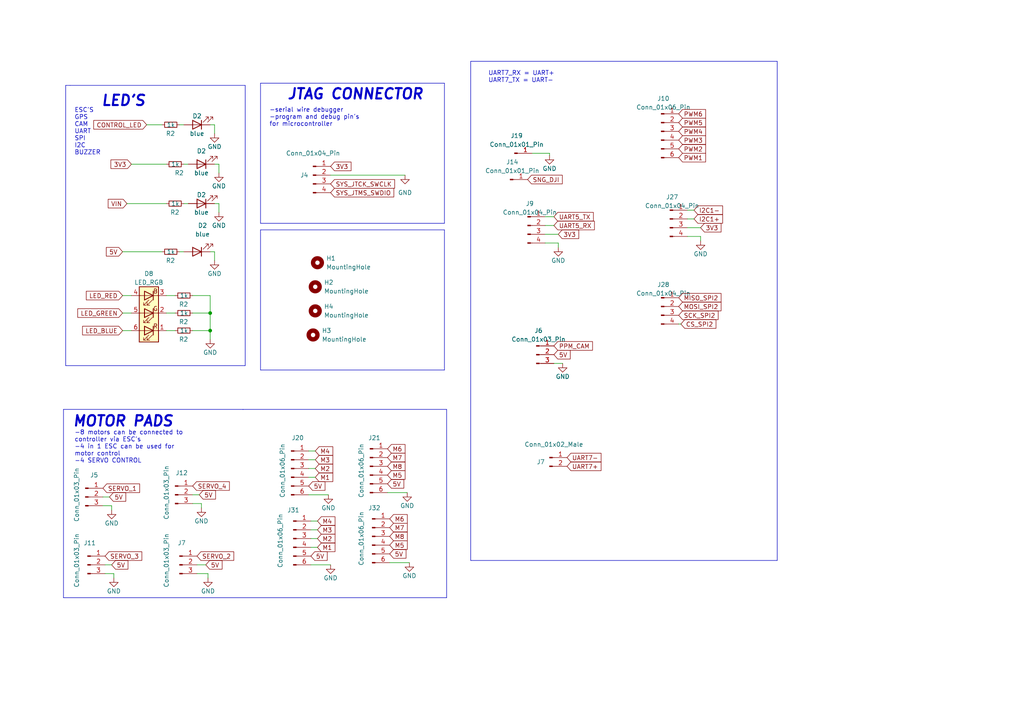
<source format=kicad_sch>
(kicad_sch (version 20230121) (generator eeschema)

  (uuid 76bb9a31-9b14-44aa-b120-cd6a74d9c94f)

  (paper "A4")

  (lib_symbols
    (symbol "Connector:Conn_01x01_Pin" (pin_names (offset 1.016) hide) (in_bom yes) (on_board yes)
      (property "Reference" "J" (at 0 2.54 0)
        (effects (font (size 1.27 1.27)))
      )
      (property "Value" "Conn_01x01_Pin" (at 0 -2.54 0)
        (effects (font (size 1.27 1.27)))
      )
      (property "Footprint" "" (at 0 0 0)
        (effects (font (size 1.27 1.27)) hide)
      )
      (property "Datasheet" "~" (at 0 0 0)
        (effects (font (size 1.27 1.27)) hide)
      )
      (property "ki_locked" "" (at 0 0 0)
        (effects (font (size 1.27 1.27)))
      )
      (property "ki_keywords" "connector" (at 0 0 0)
        (effects (font (size 1.27 1.27)) hide)
      )
      (property "ki_description" "Generic connector, single row, 01x01, script generated" (at 0 0 0)
        (effects (font (size 1.27 1.27)) hide)
      )
      (property "ki_fp_filters" "Connector*:*_1x??_*" (at 0 0 0)
        (effects (font (size 1.27 1.27)) hide)
      )
      (symbol "Conn_01x01_Pin_1_1"
        (polyline
          (pts
            (xy 1.27 0)
            (xy 0.8636 0)
          )
          (stroke (width 0.1524) (type default))
          (fill (type none))
        )
        (rectangle (start 0.8636 0.127) (end 0 -0.127)
          (stroke (width 0.1524) (type default))
          (fill (type outline))
        )
        (pin passive line (at 5.08 0 180) (length 3.81)
          (name "Pin_1" (effects (font (size 1.27 1.27))))
          (number "1" (effects (font (size 1.27 1.27))))
        )
      )
    )
    (symbol "Connector:Conn_01x02_Male" (pin_names (offset 1.016) hide) (in_bom yes) (on_board yes)
      (property "Reference" "J" (at 0 2.54 0)
        (effects (font (size 1.27 1.27)))
      )
      (property "Value" "Conn_01x02_Male" (at 0 -5.08 0)
        (effects (font (size 1.27 1.27)))
      )
      (property "Footprint" "" (at 0 0 0)
        (effects (font (size 1.27 1.27)) hide)
      )
      (property "Datasheet" "~" (at 0 0 0)
        (effects (font (size 1.27 1.27)) hide)
      )
      (property "ki_keywords" "connector" (at 0 0 0)
        (effects (font (size 1.27 1.27)) hide)
      )
      (property "ki_description" "Generic connector, single row, 01x02, script generated (kicad-library-utils/schlib/autogen/connector/)" (at 0 0 0)
        (effects (font (size 1.27 1.27)) hide)
      )
      (property "ki_fp_filters" "Connector*:*_1x??_*" (at 0 0 0)
        (effects (font (size 1.27 1.27)) hide)
      )
      (symbol "Conn_01x02_Male_1_1"
        (polyline
          (pts
            (xy 1.27 -2.54)
            (xy 0.8636 -2.54)
          )
          (stroke (width 0.1524) (type default))
          (fill (type none))
        )
        (polyline
          (pts
            (xy 1.27 0)
            (xy 0.8636 0)
          )
          (stroke (width 0.1524) (type default))
          (fill (type none))
        )
        (rectangle (start 0.8636 -2.413) (end 0 -2.667)
          (stroke (width 0.1524) (type default))
          (fill (type outline))
        )
        (rectangle (start 0.8636 0.127) (end 0 -0.127)
          (stroke (width 0.1524) (type default))
          (fill (type outline))
        )
        (pin passive line (at 5.08 0 180) (length 3.81)
          (name "Pin_1" (effects (font (size 1.27 1.27))))
          (number "1" (effects (font (size 1.27 1.27))))
        )
        (pin passive line (at 5.08 -2.54 180) (length 3.81)
          (name "Pin_2" (effects (font (size 1.27 1.27))))
          (number "2" (effects (font (size 1.27 1.27))))
        )
      )
    )
    (symbol "Connector:Conn_01x03_Pin" (pin_names (offset 1.016) hide) (in_bom yes) (on_board yes)
      (property "Reference" "J" (at 0 5.08 0)
        (effects (font (size 1.27 1.27)))
      )
      (property "Value" "Conn_01x03_Pin" (at 0 -5.08 0)
        (effects (font (size 1.27 1.27)))
      )
      (property "Footprint" "" (at 0 0 0)
        (effects (font (size 1.27 1.27)) hide)
      )
      (property "Datasheet" "~" (at 0 0 0)
        (effects (font (size 1.27 1.27)) hide)
      )
      (property "ki_locked" "" (at 0 0 0)
        (effects (font (size 1.27 1.27)))
      )
      (property "ki_keywords" "connector" (at 0 0 0)
        (effects (font (size 1.27 1.27)) hide)
      )
      (property "ki_description" "Generic connector, single row, 01x03, script generated" (at 0 0 0)
        (effects (font (size 1.27 1.27)) hide)
      )
      (property "ki_fp_filters" "Connector*:*_1x??_*" (at 0 0 0)
        (effects (font (size 1.27 1.27)) hide)
      )
      (symbol "Conn_01x03_Pin_1_1"
        (polyline
          (pts
            (xy 1.27 -2.54)
            (xy 0.8636 -2.54)
          )
          (stroke (width 0.1524) (type default))
          (fill (type none))
        )
        (polyline
          (pts
            (xy 1.27 0)
            (xy 0.8636 0)
          )
          (stroke (width 0.1524) (type default))
          (fill (type none))
        )
        (polyline
          (pts
            (xy 1.27 2.54)
            (xy 0.8636 2.54)
          )
          (stroke (width 0.1524) (type default))
          (fill (type none))
        )
        (rectangle (start 0.8636 -2.413) (end 0 -2.667)
          (stroke (width 0.1524) (type default))
          (fill (type outline))
        )
        (rectangle (start 0.8636 0.127) (end 0 -0.127)
          (stroke (width 0.1524) (type default))
          (fill (type outline))
        )
        (rectangle (start 0.8636 2.667) (end 0 2.413)
          (stroke (width 0.1524) (type default))
          (fill (type outline))
        )
        (pin passive line (at 5.08 2.54 180) (length 3.81)
          (name "Pin_1" (effects (font (size 1.27 1.27))))
          (number "1" (effects (font (size 1.27 1.27))))
        )
        (pin passive line (at 5.08 0 180) (length 3.81)
          (name "Pin_2" (effects (font (size 1.27 1.27))))
          (number "2" (effects (font (size 1.27 1.27))))
        )
        (pin passive line (at 5.08 -2.54 180) (length 3.81)
          (name "Pin_3" (effects (font (size 1.27 1.27))))
          (number "3" (effects (font (size 1.27 1.27))))
        )
      )
    )
    (symbol "Connector:Conn_01x04_Pin" (pin_names (offset 1.016) hide) (in_bom yes) (on_board yes)
      (property "Reference" "J" (at 0 5.08 0)
        (effects (font (size 1.27 1.27)))
      )
      (property "Value" "Conn_01x04_Pin" (at 0 -7.62 0)
        (effects (font (size 1.27 1.27)))
      )
      (property "Footprint" "" (at 0 0 0)
        (effects (font (size 1.27 1.27)) hide)
      )
      (property "Datasheet" "~" (at 0 0 0)
        (effects (font (size 1.27 1.27)) hide)
      )
      (property "ki_locked" "" (at 0 0 0)
        (effects (font (size 1.27 1.27)))
      )
      (property "ki_keywords" "connector" (at 0 0 0)
        (effects (font (size 1.27 1.27)) hide)
      )
      (property "ki_description" "Generic connector, single row, 01x04, script generated" (at 0 0 0)
        (effects (font (size 1.27 1.27)) hide)
      )
      (property "ki_fp_filters" "Connector*:*_1x??_*" (at 0 0 0)
        (effects (font (size 1.27 1.27)) hide)
      )
      (symbol "Conn_01x04_Pin_1_1"
        (polyline
          (pts
            (xy 1.27 -5.08)
            (xy 0.8636 -5.08)
          )
          (stroke (width 0.1524) (type default))
          (fill (type none))
        )
        (polyline
          (pts
            (xy 1.27 -2.54)
            (xy 0.8636 -2.54)
          )
          (stroke (width 0.1524) (type default))
          (fill (type none))
        )
        (polyline
          (pts
            (xy 1.27 0)
            (xy 0.8636 0)
          )
          (stroke (width 0.1524) (type default))
          (fill (type none))
        )
        (polyline
          (pts
            (xy 1.27 2.54)
            (xy 0.8636 2.54)
          )
          (stroke (width 0.1524) (type default))
          (fill (type none))
        )
        (rectangle (start 0.8636 -4.953) (end 0 -5.207)
          (stroke (width 0.1524) (type default))
          (fill (type outline))
        )
        (rectangle (start 0.8636 -2.413) (end 0 -2.667)
          (stroke (width 0.1524) (type default))
          (fill (type outline))
        )
        (rectangle (start 0.8636 0.127) (end 0 -0.127)
          (stroke (width 0.1524) (type default))
          (fill (type outline))
        )
        (rectangle (start 0.8636 2.667) (end 0 2.413)
          (stroke (width 0.1524) (type default))
          (fill (type outline))
        )
        (pin passive line (at 5.08 2.54 180) (length 3.81)
          (name "Pin_1" (effects (font (size 1.27 1.27))))
          (number "1" (effects (font (size 1.27 1.27))))
        )
        (pin passive line (at 5.08 0 180) (length 3.81)
          (name "Pin_2" (effects (font (size 1.27 1.27))))
          (number "2" (effects (font (size 1.27 1.27))))
        )
        (pin passive line (at 5.08 -2.54 180) (length 3.81)
          (name "Pin_3" (effects (font (size 1.27 1.27))))
          (number "3" (effects (font (size 1.27 1.27))))
        )
        (pin passive line (at 5.08 -5.08 180) (length 3.81)
          (name "Pin_4" (effects (font (size 1.27 1.27))))
          (number "4" (effects (font (size 1.27 1.27))))
        )
      )
    )
    (symbol "Connector:Conn_01x06_Pin" (pin_names (offset 1.016) hide) (in_bom yes) (on_board yes)
      (property "Reference" "J" (at 0 7.62 0)
        (effects (font (size 1.27 1.27)))
      )
      (property "Value" "Conn_01x06_Pin" (at 0 -10.16 0)
        (effects (font (size 1.27 1.27)))
      )
      (property "Footprint" "" (at 0 0 0)
        (effects (font (size 1.27 1.27)) hide)
      )
      (property "Datasheet" "~" (at 0 0 0)
        (effects (font (size 1.27 1.27)) hide)
      )
      (property "ki_locked" "" (at 0 0 0)
        (effects (font (size 1.27 1.27)))
      )
      (property "ki_keywords" "connector" (at 0 0 0)
        (effects (font (size 1.27 1.27)) hide)
      )
      (property "ki_description" "Generic connector, single row, 01x06, script generated" (at 0 0 0)
        (effects (font (size 1.27 1.27)) hide)
      )
      (property "ki_fp_filters" "Connector*:*_1x??_*" (at 0 0 0)
        (effects (font (size 1.27 1.27)) hide)
      )
      (symbol "Conn_01x06_Pin_1_1"
        (polyline
          (pts
            (xy 1.27 -7.62)
            (xy 0.8636 -7.62)
          )
          (stroke (width 0.1524) (type default))
          (fill (type none))
        )
        (polyline
          (pts
            (xy 1.27 -5.08)
            (xy 0.8636 -5.08)
          )
          (stroke (width 0.1524) (type default))
          (fill (type none))
        )
        (polyline
          (pts
            (xy 1.27 -2.54)
            (xy 0.8636 -2.54)
          )
          (stroke (width 0.1524) (type default))
          (fill (type none))
        )
        (polyline
          (pts
            (xy 1.27 0)
            (xy 0.8636 0)
          )
          (stroke (width 0.1524) (type default))
          (fill (type none))
        )
        (polyline
          (pts
            (xy 1.27 2.54)
            (xy 0.8636 2.54)
          )
          (stroke (width 0.1524) (type default))
          (fill (type none))
        )
        (polyline
          (pts
            (xy 1.27 5.08)
            (xy 0.8636 5.08)
          )
          (stroke (width 0.1524) (type default))
          (fill (type none))
        )
        (rectangle (start 0.8636 -7.493) (end 0 -7.747)
          (stroke (width 0.1524) (type default))
          (fill (type outline))
        )
        (rectangle (start 0.8636 -4.953) (end 0 -5.207)
          (stroke (width 0.1524) (type default))
          (fill (type outline))
        )
        (rectangle (start 0.8636 -2.413) (end 0 -2.667)
          (stroke (width 0.1524) (type default))
          (fill (type outline))
        )
        (rectangle (start 0.8636 0.127) (end 0 -0.127)
          (stroke (width 0.1524) (type default))
          (fill (type outline))
        )
        (rectangle (start 0.8636 2.667) (end 0 2.413)
          (stroke (width 0.1524) (type default))
          (fill (type outline))
        )
        (rectangle (start 0.8636 5.207) (end 0 4.953)
          (stroke (width 0.1524) (type default))
          (fill (type outline))
        )
        (pin passive line (at 5.08 5.08 180) (length 3.81)
          (name "Pin_1" (effects (font (size 1.27 1.27))))
          (number "1" (effects (font (size 1.27 1.27))))
        )
        (pin passive line (at 5.08 2.54 180) (length 3.81)
          (name "Pin_2" (effects (font (size 1.27 1.27))))
          (number "2" (effects (font (size 1.27 1.27))))
        )
        (pin passive line (at 5.08 0 180) (length 3.81)
          (name "Pin_3" (effects (font (size 1.27 1.27))))
          (number "3" (effects (font (size 1.27 1.27))))
        )
        (pin passive line (at 5.08 -2.54 180) (length 3.81)
          (name "Pin_4" (effects (font (size 1.27 1.27))))
          (number "4" (effects (font (size 1.27 1.27))))
        )
        (pin passive line (at 5.08 -5.08 180) (length 3.81)
          (name "Pin_5" (effects (font (size 1.27 1.27))))
          (number "5" (effects (font (size 1.27 1.27))))
        )
        (pin passive line (at 5.08 -7.62 180) (length 3.81)
          (name "Pin_6" (effects (font (size 1.27 1.27))))
          (number "6" (effects (font (size 1.27 1.27))))
        )
      )
    )
    (symbol "Device:LED" (pin_numbers hide) (pin_names (offset 1.016) hide) (in_bom yes) (on_board yes)
      (property "Reference" "D" (at 0 2.54 0)
        (effects (font (size 1.27 1.27)))
      )
      (property "Value" "LED" (at 0 -2.54 0)
        (effects (font (size 1.27 1.27)))
      )
      (property "Footprint" "" (at 0 0 0)
        (effects (font (size 1.27 1.27)) hide)
      )
      (property "Datasheet" "~" (at 0 0 0)
        (effects (font (size 1.27 1.27)) hide)
      )
      (property "ki_keywords" "LED diode" (at 0 0 0)
        (effects (font (size 1.27 1.27)) hide)
      )
      (property "ki_description" "Light emitting diode" (at 0 0 0)
        (effects (font (size 1.27 1.27)) hide)
      )
      (property "ki_fp_filters" "LED* LED_SMD:* LED_THT:*" (at 0 0 0)
        (effects (font (size 1.27 1.27)) hide)
      )
      (symbol "LED_0_1"
        (polyline
          (pts
            (xy -1.27 -1.27)
            (xy -1.27 1.27)
          )
          (stroke (width 0.254) (type default))
          (fill (type none))
        )
        (polyline
          (pts
            (xy -1.27 0)
            (xy 1.27 0)
          )
          (stroke (width 0) (type default))
          (fill (type none))
        )
        (polyline
          (pts
            (xy 1.27 -1.27)
            (xy 1.27 1.27)
            (xy -1.27 0)
            (xy 1.27 -1.27)
          )
          (stroke (width 0.254) (type default))
          (fill (type none))
        )
        (polyline
          (pts
            (xy -3.048 -0.762)
            (xy -4.572 -2.286)
            (xy -3.81 -2.286)
            (xy -4.572 -2.286)
            (xy -4.572 -1.524)
          )
          (stroke (width 0) (type default))
          (fill (type none))
        )
        (polyline
          (pts
            (xy -1.778 -0.762)
            (xy -3.302 -2.286)
            (xy -2.54 -2.286)
            (xy -3.302 -2.286)
            (xy -3.302 -1.524)
          )
          (stroke (width 0) (type default))
          (fill (type none))
        )
      )
      (symbol "LED_1_1"
        (pin passive line (at -3.81 0 0) (length 2.54)
          (name "K" (effects (font (size 1.27 1.27))))
          (number "1" (effects (font (size 1.27 1.27))))
        )
        (pin passive line (at 3.81 0 180) (length 2.54)
          (name "A" (effects (font (size 1.27 1.27))))
          (number "2" (effects (font (size 1.27 1.27))))
        )
      )
    )
    (symbol "Device:LED_RGB" (pin_names (offset 0) hide) (in_bom yes) (on_board yes)
      (property "Reference" "D" (at 0 9.398 0)
        (effects (font (size 1.27 1.27)))
      )
      (property "Value" "LED_RGB" (at 0 -8.89 0)
        (effects (font (size 1.27 1.27)))
      )
      (property "Footprint" "" (at 0 -1.27 0)
        (effects (font (size 1.27 1.27)) hide)
      )
      (property "Datasheet" "~" (at 0 -1.27 0)
        (effects (font (size 1.27 1.27)) hide)
      )
      (property "ki_keywords" "LED RGB diode" (at 0 0 0)
        (effects (font (size 1.27 1.27)) hide)
      )
      (property "ki_description" "RGB LED, 6 pin package" (at 0 0 0)
        (effects (font (size 1.27 1.27)) hide)
      )
      (property "ki_fp_filters" "LED* LED_SMD:* LED_THT:*" (at 0 0 0)
        (effects (font (size 1.27 1.27)) hide)
      )
      (symbol "LED_RGB_0_0"
        (text "B" (at -1.905 -6.35 0)
          (effects (font (size 1.27 1.27)))
        )
        (text "G" (at -1.905 -1.27 0)
          (effects (font (size 1.27 1.27)))
        )
        (text "R" (at -1.905 3.81 0)
          (effects (font (size 1.27 1.27)))
        )
      )
      (symbol "LED_RGB_0_1"
        (polyline
          (pts
            (xy -1.27 -5.08)
            (xy -2.54 -5.08)
          )
          (stroke (width 0) (type default))
          (fill (type none))
        )
        (polyline
          (pts
            (xy -1.27 -5.08)
            (xy 1.27 -5.08)
          )
          (stroke (width 0) (type default))
          (fill (type none))
        )
        (polyline
          (pts
            (xy -1.27 -3.81)
            (xy -1.27 -6.35)
          )
          (stroke (width 0.254) (type default))
          (fill (type none))
        )
        (polyline
          (pts
            (xy -1.27 0)
            (xy -2.54 0)
          )
          (stroke (width 0) (type default))
          (fill (type none))
        )
        (polyline
          (pts
            (xy -1.27 1.27)
            (xy -1.27 -1.27)
          )
          (stroke (width 0.254) (type default))
          (fill (type none))
        )
        (polyline
          (pts
            (xy -1.27 5.08)
            (xy -2.54 5.08)
          )
          (stroke (width 0) (type default))
          (fill (type none))
        )
        (polyline
          (pts
            (xy -1.27 5.08)
            (xy 1.27 5.08)
          )
          (stroke (width 0) (type default))
          (fill (type none))
        )
        (polyline
          (pts
            (xy -1.27 6.35)
            (xy -1.27 3.81)
          )
          (stroke (width 0.254) (type default))
          (fill (type none))
        )
        (polyline
          (pts
            (xy 1.27 -5.08)
            (xy 2.54 -5.08)
          )
          (stroke (width 0) (type default))
          (fill (type none))
        )
        (polyline
          (pts
            (xy 1.27 0)
            (xy -1.27 0)
          )
          (stroke (width 0) (type default))
          (fill (type none))
        )
        (polyline
          (pts
            (xy 1.27 0)
            (xy 2.54 0)
          )
          (stroke (width 0) (type default))
          (fill (type none))
        )
        (polyline
          (pts
            (xy 1.27 5.08)
            (xy 2.54 5.08)
          )
          (stroke (width 0) (type default))
          (fill (type none))
        )
        (polyline
          (pts
            (xy -1.27 1.27)
            (xy -1.27 -1.27)
            (xy -1.27 -1.27)
          )
          (stroke (width 0) (type default))
          (fill (type none))
        )
        (polyline
          (pts
            (xy -1.27 6.35)
            (xy -1.27 3.81)
            (xy -1.27 3.81)
          )
          (stroke (width 0) (type default))
          (fill (type none))
        )
        (polyline
          (pts
            (xy 1.27 -3.81)
            (xy 1.27 -6.35)
            (xy -1.27 -5.08)
            (xy 1.27 -3.81)
          )
          (stroke (width 0.254) (type default))
          (fill (type none))
        )
        (polyline
          (pts
            (xy 1.27 1.27)
            (xy 1.27 -1.27)
            (xy -1.27 0)
            (xy 1.27 1.27)
          )
          (stroke (width 0.254) (type default))
          (fill (type none))
        )
        (polyline
          (pts
            (xy 1.27 6.35)
            (xy 1.27 3.81)
            (xy -1.27 5.08)
            (xy 1.27 6.35)
          )
          (stroke (width 0.254) (type default))
          (fill (type none))
        )
        (polyline
          (pts
            (xy -1.016 -3.81)
            (xy 0.508 -2.286)
            (xy -0.254 -2.286)
            (xy 0.508 -2.286)
            (xy 0.508 -3.048)
          )
          (stroke (width 0) (type default))
          (fill (type none))
        )
        (polyline
          (pts
            (xy -1.016 1.27)
            (xy 0.508 2.794)
            (xy -0.254 2.794)
            (xy 0.508 2.794)
            (xy 0.508 2.032)
          )
          (stroke (width 0) (type default))
          (fill (type none))
        )
        (polyline
          (pts
            (xy -1.016 6.35)
            (xy 0.508 7.874)
            (xy -0.254 7.874)
            (xy 0.508 7.874)
            (xy 0.508 7.112)
          )
          (stroke (width 0) (type default))
          (fill (type none))
        )
        (polyline
          (pts
            (xy 0 -3.81)
            (xy 1.524 -2.286)
            (xy 0.762 -2.286)
            (xy 1.524 -2.286)
            (xy 1.524 -3.048)
          )
          (stroke (width 0) (type default))
          (fill (type none))
        )
        (polyline
          (pts
            (xy 0 1.27)
            (xy 1.524 2.794)
            (xy 0.762 2.794)
            (xy 1.524 2.794)
            (xy 1.524 2.032)
          )
          (stroke (width 0) (type default))
          (fill (type none))
        )
        (polyline
          (pts
            (xy 0 6.35)
            (xy 1.524 7.874)
            (xy 0.762 7.874)
            (xy 1.524 7.874)
            (xy 1.524 7.112)
          )
          (stroke (width 0) (type default))
          (fill (type none))
        )
        (rectangle (start 1.27 -1.27) (end 1.27 1.27)
          (stroke (width 0) (type default))
          (fill (type none))
        )
        (rectangle (start 1.27 1.27) (end 1.27 1.27)
          (stroke (width 0) (type default))
          (fill (type none))
        )
        (rectangle (start 1.27 3.81) (end 1.27 6.35)
          (stroke (width 0) (type default))
          (fill (type none))
        )
        (rectangle (start 1.27 6.35) (end 1.27 6.35)
          (stroke (width 0) (type default))
          (fill (type none))
        )
        (rectangle (start 2.794 8.382) (end -2.794 -7.62)
          (stroke (width 0.254) (type default))
          (fill (type background))
        )
      )
      (symbol "LED_RGB_1_1"
        (pin passive line (at -5.08 5.08 0) (length 2.54)
          (name "RK" (effects (font (size 1.27 1.27))))
          (number "1" (effects (font (size 1.27 1.27))))
        )
        (pin passive line (at -5.08 0 0) (length 2.54)
          (name "GK" (effects (font (size 1.27 1.27))))
          (number "2" (effects (font (size 1.27 1.27))))
        )
        (pin passive line (at -5.08 -5.08 0) (length 2.54)
          (name "BK" (effects (font (size 1.27 1.27))))
          (number "3" (effects (font (size 1.27 1.27))))
        )
        (pin passive line (at 5.08 -5.08 180) (length 2.54)
          (name "BA" (effects (font (size 1.27 1.27))))
          (number "4" (effects (font (size 1.27 1.27))))
        )
        (pin passive line (at 5.08 0 180) (length 2.54)
          (name "GA" (effects (font (size 1.27 1.27))))
          (number "5" (effects (font (size 1.27 1.27))))
        )
        (pin passive line (at 5.08 5.08 180) (length 2.54)
          (name "RA" (effects (font (size 1.27 1.27))))
          (number "6" (effects (font (size 1.27 1.27))))
        )
      )
    )
    (symbol "Device:R_Small" (pin_numbers hide) (pin_names (offset 0.254) hide) (in_bom yes) (on_board yes)
      (property "Reference" "R" (at 0.762 0.508 0)
        (effects (font (size 1.27 1.27)) (justify left))
      )
      (property "Value" "R_Small" (at 0.762 -1.016 0)
        (effects (font (size 1.27 1.27)) (justify left))
      )
      (property "Footprint" "" (at 0 0 0)
        (effects (font (size 1.27 1.27)) hide)
      )
      (property "Datasheet" "~" (at 0 0 0)
        (effects (font (size 1.27 1.27)) hide)
      )
      (property "ki_keywords" "R resistor" (at 0 0 0)
        (effects (font (size 1.27 1.27)) hide)
      )
      (property "ki_description" "Resistor, small symbol" (at 0 0 0)
        (effects (font (size 1.27 1.27)) hide)
      )
      (property "ki_fp_filters" "R_*" (at 0 0 0)
        (effects (font (size 1.27 1.27)) hide)
      )
      (symbol "R_Small_0_1"
        (rectangle (start -0.762 1.778) (end 0.762 -1.778)
          (stroke (width 0.2032) (type default))
          (fill (type none))
        )
      )
      (symbol "R_Small_1_1"
        (pin passive line (at 0 2.54 270) (length 0.762)
          (name "~" (effects (font (size 1.27 1.27))))
          (number "1" (effects (font (size 1.27 1.27))))
        )
        (pin passive line (at 0 -2.54 90) (length 0.762)
          (name "~" (effects (font (size 1.27 1.27))))
          (number "2" (effects (font (size 1.27 1.27))))
        )
      )
    )
    (symbol "Mechanical:MountingHole" (pin_names (offset 1.016)) (in_bom yes) (on_board yes)
      (property "Reference" "H" (at 0 5.08 0)
        (effects (font (size 1.27 1.27)))
      )
      (property "Value" "MountingHole" (at 0 3.175 0)
        (effects (font (size 1.27 1.27)))
      )
      (property "Footprint" "" (at 0 0 0)
        (effects (font (size 1.27 1.27)) hide)
      )
      (property "Datasheet" "~" (at 0 0 0)
        (effects (font (size 1.27 1.27)) hide)
      )
      (property "ki_keywords" "mounting hole" (at 0 0 0)
        (effects (font (size 1.27 1.27)) hide)
      )
      (property "ki_description" "Mounting Hole without connection" (at 0 0 0)
        (effects (font (size 1.27 1.27)) hide)
      )
      (property "ki_fp_filters" "MountingHole*" (at 0 0 0)
        (effects (font (size 1.27 1.27)) hide)
      )
      (symbol "MountingHole_0_1"
        (circle (center 0 0) (radius 1.27)
          (stroke (width 1.27) (type default))
          (fill (type none))
        )
      )
    )
    (symbol "power:GND" (power) (pin_names (offset 0)) (in_bom yes) (on_board yes)
      (property "Reference" "#PWR" (at 0 -6.35 0)
        (effects (font (size 1.27 1.27)) hide)
      )
      (property "Value" "GND" (at 0 -3.81 0)
        (effects (font (size 1.27 1.27)))
      )
      (property "Footprint" "" (at 0 0 0)
        (effects (font (size 1.27 1.27)) hide)
      )
      (property "Datasheet" "" (at 0 0 0)
        (effects (font (size 1.27 1.27)) hide)
      )
      (property "ki_keywords" "power-flag" (at 0 0 0)
        (effects (font (size 1.27 1.27)) hide)
      )
      (property "ki_description" "Power symbol creates a global label with name \"GND\" , ground" (at 0 0 0)
        (effects (font (size 1.27 1.27)) hide)
      )
      (symbol "GND_0_1"
        (polyline
          (pts
            (xy 0 0)
            (xy 0 -1.27)
            (xy 1.27 -1.27)
            (xy 0 -2.54)
            (xy -1.27 -1.27)
            (xy 0 -1.27)
          )
          (stroke (width 0) (type default))
          (fill (type none))
        )
      )
      (symbol "GND_1_1"
        (pin power_in line (at 0 0 270) (length 0) hide
          (name "GND" (effects (font (size 1.27 1.27))))
          (number "1" (effects (font (size 1.27 1.27))))
        )
      )
    )
  )

  (junction (at 60.96 95.885) (diameter 0) (color 0 0 0 0)
    (uuid 16d488be-dab0-44cc-8d22-46c253d05e7b)
  )
  (junction (at 60.96 90.805) (diameter 0) (color 0 0 0 0)
    (uuid dfde6278-d03d-4f0b-8925-80ed7c5732f7)
  )

  (wire (pts (xy 32.385 146.685) (xy 29.845 146.685))
    (stroke (width 0) (type default))
    (uuid 01c3d9cc-5b5e-41b2-b05f-4003c492f109)
  )
  (wire (pts (xy 159.385 45.085) (xy 159.385 44.45))
    (stroke (width 0) (type default))
    (uuid 0444c774-84d2-4ab1-9865-c0df4d911eb9)
  )
  (polyline (pts (xy 75.565 24.13) (xy 75.565 64.77))
    (stroke (width 0) (type default))
    (uuid 0e0a880a-9979-451c-b90b-bb3d58b4cd8a)
  )
  (polyline (pts (xy 70.485 118.745) (xy 129.54 118.745))
    (stroke (width 0) (type default))
    (uuid 0ec859f2-59b6-4735-b6dc-013c12ddfb4f)
  )

  (wire (pts (xy 48.26 95.885) (xy 50.8 95.885))
    (stroke (width 0) (type default))
    (uuid 127a5138-a17a-42c3-a653-b42702afbd35)
  )
  (polyline (pts (xy 18.415 118.745) (xy 70.485 118.745))
    (stroke (width 0) (type default))
    (uuid 15629f3a-a93c-4b95-b06a-e8b3d6299231)
  )
  (polyline (pts (xy 18.415 118.745) (xy 18.415 173.355))
    (stroke (width 0) (type default))
    (uuid 2016649e-82da-408c-aae1-3d52065cb6b1)
  )

  (wire (pts (xy 91.44 135.89) (xy 89.535 135.89))
    (stroke (width 0) (type default))
    (uuid 2153e742-88d8-44dd-b0b3-13d447223036)
  )
  (wire (pts (xy 62.23 73.025) (xy 62.23 75.565))
    (stroke (width 0) (type default))
    (uuid 227a33a7-3170-42f5-a4bc-fc4cc396192d)
  )
  (polyline (pts (xy 19.05 106.045) (xy 19.05 24.765))
    (stroke (width 0) (type default))
    (uuid 2369a8ae-a8f3-4bdb-a3f9-6640ad93c919)
  )

  (wire (pts (xy 201.295 63.5) (xy 199.39 63.5))
    (stroke (width 0) (type default))
    (uuid 23c70c7f-6822-4181-a53c-9990ebc32fe1)
  )
  (wire (pts (xy 160.655 62.865) (xy 158.115 62.865))
    (stroke (width 0) (type default))
    (uuid 27a03926-4de2-4d84-8cf1-b6da09b23036)
  )
  (wire (pts (xy 55.88 143.51) (xy 57.785 143.51))
    (stroke (width 0) (type default))
    (uuid 28108121-d562-4815-8d4c-a40a5a6819f9)
  )
  (wire (pts (xy 62.23 36.195) (xy 62.23 38.735))
    (stroke (width 0) (type default))
    (uuid 31fbce14-42f2-4b4c-862a-4a61ccc81988)
  )
  (wire (pts (xy 95.885 50.8) (xy 117.475 50.8))
    (stroke (width 0) (type default))
    (uuid 3822a900-1702-41c8-97c7-54d3c92bab37)
  )
  (wire (pts (xy 60.96 95.885) (xy 60.96 98.425))
    (stroke (width 0) (type default))
    (uuid 391f21c0-a4eb-4aed-b930-0375f5bf4163)
  )
  (polyline (pts (xy 225.425 17.78) (xy 225.425 162.56))
    (stroke (width 0) (type default))
    (uuid 3df2ebbc-519c-4055-9cde-aa63284c5090)
  )

  (wire (pts (xy 35.56 95.885) (xy 38.1 95.885))
    (stroke (width 0) (type default))
    (uuid 3e1b54ee-a6ad-4c9f-bdbb-4e41affce22e)
  )
  (wire (pts (xy 63.5 59.055) (xy 63.5 61.595))
    (stroke (width 0) (type default))
    (uuid 3ee652bd-885c-420c-a7b7-c5684edc8ff6)
  )
  (wire (pts (xy 92.075 156.21) (xy 90.17 156.21))
    (stroke (width 0) (type default))
    (uuid 49168b1d-bf0d-4071-9b9c-32fd3f2d6c0b)
  )
  (wire (pts (xy 29.845 144.145) (xy 31.75 144.145))
    (stroke (width 0) (type default))
    (uuid 4bb590a0-721a-44f5-bdd8-61ca523d4a06)
  )
  (wire (pts (xy 63.5 47.625) (xy 62.23 47.625))
    (stroke (width 0) (type default))
    (uuid 4db8731c-502f-40f5-b73b-f015baf65e3c)
  )
  (wire (pts (xy 55.88 95.885) (xy 60.96 95.885))
    (stroke (width 0) (type default))
    (uuid 54506084-2fd9-4829-ab57-22d62f55818d)
  )
  (wire (pts (xy 35.56 90.805) (xy 38.1 90.805))
    (stroke (width 0) (type default))
    (uuid 575c5d25-1669-4e2c-8d1a-96e3e862566f)
  )
  (wire (pts (xy 62.23 73.025) (xy 60.96 73.025))
    (stroke (width 0) (type default))
    (uuid 5b0089e3-d3b5-41d5-87c2-d2f42c8e79ba)
  )
  (wire (pts (xy 48.26 85.725) (xy 50.8 85.725))
    (stroke (width 0) (type default))
    (uuid 5d1eba00-be66-4ddf-b788-037a7560d310)
  )
  (wire (pts (xy 203.2 66.04) (xy 199.39 66.04))
    (stroke (width 0) (type default))
    (uuid 65be82c8-352b-4c04-8b2a-d5ed2fc3036e)
  )
  (wire (pts (xy 33.02 166.37) (xy 30.48 166.37))
    (stroke (width 0) (type default))
    (uuid 66be0757-664c-4114-9059-5a6cb7757f46)
  )
  (wire (pts (xy 58.42 147.32) (xy 58.42 146.05))
    (stroke (width 0) (type default))
    (uuid 66d8dece-8a4b-4b46-a4ae-ca43525746d9)
  )
  (wire (pts (xy 53.34 59.055) (xy 54.61 59.055))
    (stroke (width 0) (type default))
    (uuid 6aa2e976-b4e9-4925-8626-51656746285c)
  )
  (wire (pts (xy 161.925 70.485) (xy 161.925 71.755))
    (stroke (width 0) (type default))
    (uuid 6c5c9f5d-bf15-41c3-8b9e-31f9aa065d9d)
  )
  (wire (pts (xy 95.885 163.83) (xy 90.17 163.83))
    (stroke (width 0) (type default))
    (uuid 7356db43-abb2-47fa-ac63-df681ea2dd4f)
  )
  (wire (pts (xy 30.48 163.83) (xy 32.385 163.83))
    (stroke (width 0) (type default))
    (uuid 75d119e0-2d3f-4118-8302-f763e2b18480)
  )
  (wire (pts (xy 48.26 90.805) (xy 50.8 90.805))
    (stroke (width 0) (type default))
    (uuid 76a2f125-e936-4129-9728-f507423db22d)
  )
  (wire (pts (xy 33.02 167.64) (xy 33.02 166.37))
    (stroke (width 0) (type default))
    (uuid 787f928c-683c-42cc-954c-54601e7d332a)
  )
  (wire (pts (xy 112.395 142.875) (xy 118.11 142.875))
    (stroke (width 0) (type default))
    (uuid 78e21718-d35d-4ff6-a45f-59771b71456e)
  )
  (polyline (pts (xy 75.565 24.13) (xy 128.905 24.13))
    (stroke (width 0) (type default))
    (uuid 7a1ca29b-f9db-4604-9976-bb06e2aa126a)
  )
  (polyline (pts (xy 136.525 17.78) (xy 225.425 17.78))
    (stroke (width 0) (type default))
    (uuid 7cd8dc97-f150-4a77-b691-11855790e3e8)
  )

  (wire (pts (xy 161.925 70.485) (xy 158.115 70.485))
    (stroke (width 0) (type default))
    (uuid 7da74e03-65a6-4024-b233-9e2ed383b15d)
  )
  (polyline (pts (xy 128.905 24.13) (xy 128.905 64.77))
    (stroke (width 0) (type default))
    (uuid 7ddf8026-7b48-4b17-b43e-78b6a96147f4)
  )

  (wire (pts (xy 161.925 67.945) (xy 158.115 67.945))
    (stroke (width 0) (type default))
    (uuid 80649039-520a-46b5-a481-fecee1a9ef29)
  )
  (wire (pts (xy 91.44 130.81) (xy 89.535 130.81))
    (stroke (width 0) (type default))
    (uuid 8122ad60-b15f-4465-9fae-031e2ede12af)
  )
  (wire (pts (xy 38.1 47.625) (xy 48.26 47.625))
    (stroke (width 0) (type default))
    (uuid 81e33074-4295-44cb-b140-14b72a968093)
  )
  (polyline (pts (xy 71.12 24.765) (xy 71.12 106.045))
    (stroke (width 0) (type default))
    (uuid 8324baea-1f83-4afa-a9db-09e93cba012e)
  )
  (polyline (pts (xy 19.05 106.045) (xy 71.12 106.045))
    (stroke (width 0) (type default))
    (uuid 85545d16-1fd7-498d-a9f3-9c0a41bf6e1e)
  )
  (polyline (pts (xy 128.905 66.675) (xy 128.905 107.315))
    (stroke (width 0) (type default))
    (uuid 8979e3c7-7148-4f3c-9dce-40e51a3c78b8)
  )
  (polyline (pts (xy 75.565 66.675) (xy 128.905 66.675))
    (stroke (width 0) (type default))
    (uuid 89afcbb5-2b55-4581-a9d9-55f8bbc83a86)
  )

  (wire (pts (xy 32.385 147.955) (xy 32.385 146.685))
    (stroke (width 0) (type default))
    (uuid 89bae49a-5b17-4855-a204-7b63d2db59a4)
  )
  (wire (pts (xy 154.305 44.45) (xy 159.385 44.45))
    (stroke (width 0) (type default))
    (uuid 8b74d3e6-8bc0-425a-a4cc-570382392cb5)
  )
  (wire (pts (xy 95.25 143.51) (xy 89.535 143.51))
    (stroke (width 0) (type default))
    (uuid 8ff6fd2d-8dd7-426e-b641-602e4e953daf)
  )
  (wire (pts (xy 55.88 90.805) (xy 60.96 90.805))
    (stroke (width 0) (type default))
    (uuid 934cb0b9-870e-4096-9bc9-751c169f149d)
  )
  (wire (pts (xy 92.075 151.13) (xy 90.17 151.13))
    (stroke (width 0) (type default))
    (uuid 9425bd9b-fce5-4630-84f5-8b3864171c10)
  )
  (wire (pts (xy 53.34 47.625) (xy 54.61 47.625))
    (stroke (width 0) (type default))
    (uuid 97d84a24-ad47-4073-96d6-84a082d07a35)
  )
  (polyline (pts (xy 20.32 24.765) (xy 71.12 24.765))
    (stroke (width 0) (type default))
    (uuid a0c9b522-8d24-4dea-a3ee-1387ff9fe88b)
  )

  (wire (pts (xy 62.23 36.195) (xy 60.96 36.195))
    (stroke (width 0) (type default))
    (uuid a620adb4-a779-4e4e-aef3-418edaf70348)
  )
  (wire (pts (xy 160.655 105.41) (xy 163.195 105.41))
    (stroke (width 0) (type default))
    (uuid abf00d6a-04e0-45d4-a05f-ec5aac0b40ee)
  )
  (polyline (pts (xy 129.54 118.745) (xy 129.54 173.355))
    (stroke (width 0) (type default))
    (uuid ae88f043-1e48-4a2c-b00d-24529794b107)
  )
  (polyline (pts (xy 129.54 173.355) (xy 18.415 173.355))
    (stroke (width 0) (type default))
    (uuid ae990adc-706d-4481-ab03-19b226c7ec28)
  )
  (polyline (pts (xy 128.905 64.77) (xy 75.565 64.77))
    (stroke (width 0) (type default))
    (uuid b135f4a5-136a-41be-bb7d-c301344c8f5e)
  )

  (wire (pts (xy 58.42 146.05) (xy 55.88 146.05))
    (stroke (width 0) (type default))
    (uuid b39dac3f-f8cb-4c03-9606-7f610f5bac9a)
  )
  (polyline (pts (xy 75.565 66.675) (xy 75.565 107.315))
    (stroke (width 0) (type default))
    (uuid b45d55c7-46b6-4b93-8c44-d20c2479377d)
  )

  (wire (pts (xy 35.56 73.025) (xy 46.99 73.025))
    (stroke (width 0) (type default))
    (uuid b503aa78-39cf-4c3e-a387-d6241fb92d09)
  )
  (wire (pts (xy 197.485 93.98) (xy 196.85 93.98))
    (stroke (width 0) (type default))
    (uuid b626907f-16ca-4022-b87e-5d63c6e7132a)
  )
  (polyline (pts (xy 19.05 24.765) (xy 20.32 24.765))
    (stroke (width 0) (type default))
    (uuid b65c5095-b299-452f-98ba-70734534147e)
  )
  (polyline (pts (xy 225.425 162.56) (xy 136.525 162.56))
    (stroke (width 0) (type default))
    (uuid b6d41242-4f0c-437e-9ed3-c74ccc95e349)
  )

  (wire (pts (xy 91.44 133.35) (xy 89.535 133.35))
    (stroke (width 0) (type default))
    (uuid b8faab08-5e85-4a9a-9600-94d998489e14)
  )
  (wire (pts (xy 92.075 158.75) (xy 90.17 158.75))
    (stroke (width 0) (type default))
    (uuid bc27f689-9a3a-4f06-8261-d57bf0ccbf70)
  )
  (polyline (pts (xy 136.525 17.78) (xy 136.525 162.56))
    (stroke (width 0) (type default))
    (uuid bc99f914-32b8-42a9-b84f-be576d0b0a76)
  )

  (wire (pts (xy 63.5 47.625) (xy 63.5 50.165))
    (stroke (width 0) (type default))
    (uuid c27ba4fc-e56e-44f1-9f99-599ea3ed87f9)
  )
  (wire (pts (xy 52.07 73.025) (xy 53.34 73.025))
    (stroke (width 0) (type default))
    (uuid c52b36d1-28cb-4524-ab9c-f08f4b0411cb)
  )
  (wire (pts (xy 201.295 60.96) (xy 199.39 60.96))
    (stroke (width 0) (type default))
    (uuid c5fda21b-8bde-465c-b903-4b432466dbdc)
  )
  (wire (pts (xy 60.96 90.805) (xy 60.96 95.885))
    (stroke (width 0) (type default))
    (uuid cbde755c-7672-44f8-8a1a-801ab38d18de)
  )
  (wire (pts (xy 60.96 85.725) (xy 60.96 90.805))
    (stroke (width 0) (type default))
    (uuid ce95f2fd-c9dd-4233-9378-1cffcc14f6d8)
  )
  (wire (pts (xy 63.5 59.055) (xy 62.23 59.055))
    (stroke (width 0) (type default))
    (uuid cfab31e1-3cb8-4e2d-ae0e-3c7a9efe81d0)
  )
  (wire (pts (xy 91.44 138.43) (xy 89.535 138.43))
    (stroke (width 0) (type default))
    (uuid d4fb2dea-2d6c-4262-9314-0814d8354ccb)
  )
  (wire (pts (xy 160.655 65.405) (xy 158.115 65.405))
    (stroke (width 0) (type default))
    (uuid d5829dcf-6ee4-4c46-8fe7-6062a0c5ed55)
  )
  (wire (pts (xy 203.2 68.58) (xy 203.2 69.85))
    (stroke (width 0) (type default))
    (uuid debe192d-d2a8-4634-b9ad-3419a3a397be)
  )
  (wire (pts (xy 203.2 68.58) (xy 199.39 68.58))
    (stroke (width 0) (type default))
    (uuid dedb6379-9ff5-45d2-870d-97670b9e108e)
  )
  (wire (pts (xy 57.15 163.83) (xy 59.69 163.83))
    (stroke (width 0) (type default))
    (uuid e45312fd-5b3b-44f1-8ff5-aaa17432c04d)
  )
  (wire (pts (xy 52.07 36.195) (xy 53.34 36.195))
    (stroke (width 0) (type default))
    (uuid e59f8112-1fdc-4992-b1e2-424a5f5afc71)
  )
  (wire (pts (xy 92.075 153.67) (xy 90.17 153.67))
    (stroke (width 0) (type default))
    (uuid e6d92267-7770-448b-a804-5079068d4407)
  )
  (polyline (pts (xy 128.905 107.315) (xy 75.565 107.315))
    (stroke (width 0) (type default))
    (uuid e9197c7a-77ed-4011-8b34-5417ff3bf689)
  )

  (wire (pts (xy 113.03 163.195) (xy 118.745 163.195))
    (stroke (width 0) (type default))
    (uuid ed69c701-05fc-486f-a5d7-675b652e0199)
  )
  (wire (pts (xy 60.325 167.64) (xy 60.325 166.37))
    (stroke (width 0) (type default))
    (uuid f179ebe8-a7af-4a3f-b9b3-bd3182728836)
  )
  (wire (pts (xy 35.56 85.725) (xy 38.1 85.725))
    (stroke (width 0) (type default))
    (uuid f2dec112-a27e-4902-9bc9-48b8895d96ba)
  )
  (wire (pts (xy 36.83 59.055) (xy 48.26 59.055))
    (stroke (width 0) (type default))
    (uuid f7ab0451-87b1-4682-b650-1af3df1a4146)
  )
  (wire (pts (xy 57.15 166.37) (xy 60.325 166.37))
    (stroke (width 0) (type default))
    (uuid f80a045e-7f2f-4c51-ae49-ed4c04ff38b3)
  )
  (wire (pts (xy 42.545 36.195) (xy 46.99 36.195))
    (stroke (width 0) (type default))
    (uuid fa16f0f5-2a41-401a-b7b8-c64ca0a702ee)
  )
  (polyline (pts (xy 70.485 118.745) (xy 70.485 118.745))
    (stroke (width 0) (type default))
    (uuid feff4001-06f5-4d91-a71b-80bf8d9cf587)
  )

  (wire (pts (xy 55.88 85.725) (xy 60.96 85.725))
    (stroke (width 0) (type default))
    (uuid ffbfcbae-9079-4c70-9689-3d334eb51618)
  )

  (text "-8 motors can be connected to \ncontroller via ESC's\n-4 in 1 ESC can be used for \nmotor control\n-4 SERVO CONTROL\n \n"
    (at 21.59 136.525 0)
    (effects (font (size 1.27 1.27)) (justify left bottom))
    (uuid 996fc221-95b1-43cf-8f99-8fb2ef485c43)
  )
  (text "UART7_RX = UART+\nUART7_TX = UART-\n" (at 141.605 24.13 0)
    (effects (font (size 1.27 1.27)) (justify left bottom))
    (uuid 9a4ce511-ed91-406a-aa88-5537ffb15248)
  )
  (text "-serial wire debugger \n-program and debug pin's\nfor microcontroller "
    (at 78.105 36.83 0)
    (effects (font (size 1.27 1.27)) (justify left bottom))
    (uuid 9ac3bcac-014b-42ba-8230-51fe5055dc6d)
  )
  (text "LED'S\n" (at 29.21 31.115 0)
    (effects (font (size 3 3) bold italic) (justify left bottom))
    (uuid a59ddfa4-ef15-4c5d-bfa2-911bb5fb58fd)
  )
  (text "ESC'S\nGPS \nCAM\nUART \nSPI\nI2C\nBUZZER\n" (at 21.59 45.085 0)
    (effects (font (size 1.27 1.27)) (justify left bottom))
    (uuid c57c9e53-769e-4733-8ccd-1ef310ba66fb)
  )
  (text "JTAG CONNECTOR" (at 83.185 29.21 0)
    (effects (font (size 3 3) bold italic) (justify left bottom))
    (uuid d80c0bf8-8903-4f8f-bf33-a02f383d9f7a)
  )
  (text "MOTOR PADS\n\n" (at 20.955 128.905 0)
    (effects (font (size 3 3) bold italic) (justify left bottom))
    (uuid e4c2da2c-05a1-42f0-a316-d74329c5e55e)
  )

  (global_label "5V" (shape input) (at 90.17 161.29 0) (fields_autoplaced)
    (effects (font (size 1.27 1.27)) (justify left))
    (uuid 05227966-51f7-4921-9343-a9dcedd2491d)
    (property "Intersheetrefs" "${INTERSHEET_REFS}" (at 95.3739 161.29 0)
      (effects (font (size 1.27 1.27)) (justify left) hide)
    )
  )
  (global_label "SERVO_2" (shape input) (at 57.15 161.29 0) (fields_autoplaced)
    (effects (font (size 1.27 1.27)) (justify left))
    (uuid 0600795c-d977-4ca4-84ba-bbeb9a842d46)
    (property "Intersheetrefs" "${INTERSHEET_REFS}" (at 68.2805 161.29 0)
      (effects (font (size 1.27 1.27)) (justify left) hide)
    )
  )
  (global_label "LED_BLUE" (shape input) (at 35.56 95.885 180) (fields_autoplaced)
    (effects (font (size 1.27 1.27)) (justify right))
    (uuid 146442d0-41fa-4f3e-8f80-8161f1644f5e)
    (property "Intersheetrefs" "${INTERSHEET_REFS}" (at 23.4619 95.885 0)
      (effects (font (size 1.27 1.27)) (justify right) hide)
    )
  )
  (global_label "SYS_JTCK_SWCLK" (shape input) (at 95.885 53.34 0) (fields_autoplaced)
    (effects (font (size 1.27 1.27)) (justify left))
    (uuid 14743bdb-6f9a-43f5-85eb-aea4484cc005)
    (property "Intersheetrefs" "${INTERSHEET_REFS}" (at 114.4452 53.2606 0)
      (effects (font (size 1.27 1.27)) (justify left) hide)
    )
  )
  (global_label "PWM1" (shape input) (at 196.85 45.72 0) (fields_autoplaced)
    (effects (font (size 1.27 1.27)) (justify left))
    (uuid 163a6e1c-1c87-4024-8a7a-e7c275ff4c67)
    (property "Intersheetrefs" "${INTERSHEET_REFS}" (at 205.1381 45.72 0)
      (effects (font (size 1.27 1.27)) (justify left) hide)
    )
  )
  (global_label "M1" (shape input) (at 92.075 158.75 0) (fields_autoplaced)
    (effects (font (size 1.27 1.27)) (justify left))
    (uuid 238f0922-56b9-402d-a1d8-179075f20800)
    (property "Intersheetrefs" "${INTERSHEET_REFS}" (at 97.6417 158.75 0)
      (effects (font (size 1.27 1.27)) (justify left) hide)
    )
  )
  (global_label "M8" (shape input) (at 112.395 135.255 0) (fields_autoplaced)
    (effects (font (size 1.27 1.27)) (justify left))
    (uuid 2891c742-5dbc-48bd-ba76-77f452429384)
    (property "Intersheetrefs" "${INTERSHEET_REFS}" (at 117.9617 135.255 0)
      (effects (font (size 1.27 1.27)) (justify left) hide)
    )
  )
  (global_label "5V" (shape input) (at 59.69 163.83 0) (fields_autoplaced)
    (effects (font (size 1.27 1.27)) (justify left))
    (uuid 29a8148f-b4d0-4ebc-bbcf-5e526ad490fd)
    (property "Intersheetrefs" "${INTERSHEET_REFS}" (at 64.8939 163.83 0)
      (effects (font (size 1.27 1.27)) (justify left) hide)
    )
  )
  (global_label "PWM6" (shape input) (at 196.85 33.02 0) (fields_autoplaced)
    (effects (font (size 1.27 1.27)) (justify left))
    (uuid 2e1f8bf2-4459-4a46-91db-e56ef7f3c715)
    (property "Intersheetrefs" "${INTERSHEET_REFS}" (at 205.1381 33.02 0)
      (effects (font (size 1.27 1.27)) (justify left) hide)
    )
  )
  (global_label "MISO_SPI2" (shape input) (at 196.85 86.36 0) (fields_autoplaced)
    (effects (font (size 1.27 1.27)) (justify left))
    (uuid 30eafc08-ed23-4c9b-a6d1-01e21f231b99)
    (property "Intersheetrefs" "${INTERSHEET_REFS}" (at 209.6134 86.36 0)
      (effects (font (size 1.27 1.27)) (justify left) hide)
    )
  )
  (global_label "UART7+" (shape input) (at 164.465 135.255 0) (fields_autoplaced)
    (effects (font (size 1.27 1.27)) (justify left))
    (uuid 312dd8f1-6d0b-45d2-aa07-96d62010e284)
    (property "Intersheetrefs" "${INTERSHEET_REFS}" (at 174.8888 135.255 0)
      (effects (font (size 1.27 1.27)) (justify left) hide)
    )
  )
  (global_label "I2C1+" (shape input) (at 201.295 63.5 0) (fields_autoplaced)
    (effects (font (size 1.27 1.27)) (justify left))
    (uuid 31ff999d-4a4d-4020-b2f0-18035c7aeb71)
    (property "Intersheetrefs" "${INTERSHEET_REFS}" (at 210.1464 63.5 0)
      (effects (font (size 1.27 1.27)) (justify left) hide)
    )
  )
  (global_label "5V" (shape input) (at 160.655 102.87 0) (fields_autoplaced)
    (effects (font (size 1.27 1.27)) (justify left))
    (uuid 3350d94b-485e-4394-99a9-71f2cb47c97f)
    (property "Intersheetrefs" "${INTERSHEET_REFS}" (at 165.8589 102.87 0)
      (effects (font (size 1.27 1.27)) (justify left) hide)
    )
  )
  (global_label "3V3" (shape input) (at 203.2 66.04 0) (fields_autoplaced)
    (effects (font (size 1.27 1.27)) (justify left))
    (uuid 360d8b6c-ee28-4d8c-86c9-b6c52af21227)
    (property "Intersheetrefs" "${INTERSHEET_REFS}" (at 209.6134 66.04 0)
      (effects (font (size 1.27 1.27)) (justify left) hide)
    )
  )
  (global_label "M7" (shape input) (at 112.395 132.715 0) (fields_autoplaced)
    (effects (font (size 1.27 1.27)) (justify left))
    (uuid 3951331e-8b62-4ebb-a25d-d592b08a4d96)
    (property "Intersheetrefs" "${INTERSHEET_REFS}" (at 117.9617 132.715 0)
      (effects (font (size 1.27 1.27)) (justify left) hide)
    )
  )
  (global_label "PWM2" (shape input) (at 196.85 43.18 0) (fields_autoplaced)
    (effects (font (size 1.27 1.27)) (justify left))
    (uuid 3a64ba6a-a0f6-4718-a2ae-b29c64251867)
    (property "Intersheetrefs" "${INTERSHEET_REFS}" (at 205.1381 43.18 0)
      (effects (font (size 1.27 1.27)) (justify left) hide)
    )
  )
  (global_label "3V3" (shape input) (at 161.925 67.945 0) (fields_autoplaced)
    (effects (font (size 1.27 1.27)) (justify left))
    (uuid 3b36a153-a999-4bd5-9557-616ed4c8e5e2)
    (property "Intersheetrefs" "${INTERSHEET_REFS}" (at 168.3384 67.945 0)
      (effects (font (size 1.27 1.27)) (justify left) hide)
    )
  )
  (global_label "UART7-" (shape input) (at 164.465 132.715 0) (fields_autoplaced)
    (effects (font (size 1.27 1.27)) (justify left))
    (uuid 426c4c57-424c-4d08-baef-c04fae0f088a)
    (property "Intersheetrefs" "${INTERSHEET_REFS}" (at 174.8888 132.715 0)
      (effects (font (size 1.27 1.27)) (justify left) hide)
    )
  )
  (global_label "SYS_JTMS_SWDIO" (shape input) (at 95.885 55.88 0) (fields_autoplaced)
    (effects (font (size 1.27 1.27)) (justify left))
    (uuid 477aa3c0-27ce-4910-b56a-ddae6cc42aaa)
    (property "Intersheetrefs" "${INTERSHEET_REFS}" (at 114.2033 55.8006 0)
      (effects (font (size 1.27 1.27)) (justify left) hide)
    )
  )
  (global_label "LED_GREEN" (shape input) (at 35.56 90.805 180) (fields_autoplaced)
    (effects (font (size 1.27 1.27)) (justify right))
    (uuid 48f43d99-8e02-4a11-b861-61b6279d04be)
    (property "Intersheetrefs" "${INTERSHEET_REFS}" (at 22.071 90.805 0)
      (effects (font (size 1.27 1.27)) (justify right) hide)
    )
  )
  (global_label "M3" (shape input) (at 92.075 153.67 0) (fields_autoplaced)
    (effects (font (size 1.27 1.27)) (justify left))
    (uuid 4ae74099-32ef-4cf0-bed6-6c0784817aa3)
    (property "Intersheetrefs" "${INTERSHEET_REFS}" (at 97.6417 153.67 0)
      (effects (font (size 1.27 1.27)) (justify left) hide)
    )
  )
  (global_label "5V" (shape input) (at 112.395 140.335 0) (fields_autoplaced)
    (effects (font (size 1.27 1.27)) (justify left))
    (uuid 4af850fb-f09b-4a32-95f9-8328fcfd0179)
    (property "Intersheetrefs" "${INTERSHEET_REFS}" (at 117.5989 140.335 0)
      (effects (font (size 1.27 1.27)) (justify left) hide)
    )
  )
  (global_label "M8" (shape input) (at 113.03 155.575 0) (fields_autoplaced)
    (effects (font (size 1.27 1.27)) (justify left))
    (uuid 4befbecc-d1e0-4981-b761-e4815e571343)
    (property "Intersheetrefs" "${INTERSHEET_REFS}" (at 118.5967 155.575 0)
      (effects (font (size 1.27 1.27)) (justify left) hide)
    )
  )
  (global_label "M1" (shape input) (at 91.44 138.43 0) (fields_autoplaced)
    (effects (font (size 1.27 1.27)) (justify left))
    (uuid 5128e391-2ce4-4fa4-85f4-5f9b656c70a8)
    (property "Intersheetrefs" "${INTERSHEET_REFS}" (at 97.0067 138.43 0)
      (effects (font (size 1.27 1.27)) (justify left) hide)
    )
  )
  (global_label "UART5_RX" (shape input) (at 160.655 65.405 0) (fields_autoplaced)
    (effects (font (size 1.27 1.27)) (justify left))
    (uuid 525874b9-3b96-4788-8216-19e9f0a30233)
    (property "Intersheetrefs" "${INTERSHEET_REFS}" (at 172.8741 65.405 0)
      (effects (font (size 1.27 1.27)) (justify left) hide)
    )
  )
  (global_label "SCK_SPI2" (shape input) (at 196.85 91.44 0) (fields_autoplaced)
    (effects (font (size 1.27 1.27)) (justify left))
    (uuid 52e15101-1278-47bd-b7d2-b11394557948)
    (property "Intersheetrefs" "${INTERSHEET_REFS}" (at 208.7667 91.44 0)
      (effects (font (size 1.27 1.27)) (justify left) hide)
    )
  )
  (global_label "5V" (shape input) (at 31.75 144.145 0) (fields_autoplaced)
    (effects (font (size 1.27 1.27)) (justify left))
    (uuid 53827c33-5ed3-45e2-8b92-2c44d81dc988)
    (property "Intersheetrefs" "${INTERSHEET_REFS}" (at 36.9539 144.145 0)
      (effects (font (size 1.27 1.27)) (justify left) hide)
    )
  )
  (global_label "CONTROL_LED" (shape input) (at 42.545 36.195 180) (fields_autoplaced)
    (effects (font (size 1.27 1.27)) (justify right))
    (uuid 541b7f15-a2d2-485a-bcfe-1062732fce23)
    (property "Intersheetrefs" "${INTERSHEET_REFS}" (at 26.6973 36.195 0)
      (effects (font (size 1.27 1.27)) (justify right) hide)
    )
  )
  (global_label "M2" (shape input) (at 91.44 135.89 0) (fields_autoplaced)
    (effects (font (size 1.27 1.27)) (justify left))
    (uuid 5a4af9cc-b65d-42e4-9e38-4614d8d9ec81)
    (property "Intersheetrefs" "${INTERSHEET_REFS}" (at 97.0067 135.89 0)
      (effects (font (size 1.27 1.27)) (justify left) hide)
    )
  )
  (global_label "M7" (shape input) (at 113.03 153.035 0) (fields_autoplaced)
    (effects (font (size 1.27 1.27)) (justify left))
    (uuid 616288b4-0210-4319-b240-c25416d0beb6)
    (property "Intersheetrefs" "${INTERSHEET_REFS}" (at 118.5967 153.035 0)
      (effects (font (size 1.27 1.27)) (justify left) hide)
    )
  )
  (global_label "CS_SPI2" (shape input) (at 197.485 93.98 0) (fields_autoplaced)
    (effects (font (size 1.27 1.27)) (justify left))
    (uuid 62322762-5af1-429d-884e-796b9a6828f6)
    (property "Intersheetrefs" "${INTERSHEET_REFS}" (at 208.1317 93.98 0)
      (effects (font (size 1.27 1.27)) (justify left) hide)
    )
  )
  (global_label "M4" (shape input) (at 91.44 130.81 0) (fields_autoplaced)
    (effects (font (size 1.27 1.27)) (justify left))
    (uuid 64479494-49b5-4a34-98a6-ebc4189d6804)
    (property "Intersheetrefs" "${INTERSHEET_REFS}" (at 97.0067 130.81 0)
      (effects (font (size 1.27 1.27)) (justify left) hide)
    )
  )
  (global_label "M5" (shape input) (at 112.395 137.795 0) (fields_autoplaced)
    (effects (font (size 1.27 1.27)) (justify left))
    (uuid 66ff3599-0115-4484-953a-38d8dc833360)
    (property "Intersheetrefs" "${INTERSHEET_REFS}" (at 117.9617 137.795 0)
      (effects (font (size 1.27 1.27)) (justify left) hide)
    )
  )
  (global_label "SERVO_3" (shape input) (at 30.48 161.29 0) (fields_autoplaced)
    (effects (font (size 1.27 1.27)) (justify left))
    (uuid 6b2e28fc-dd06-474e-bdf3-febeb293d73f)
    (property "Intersheetrefs" "${INTERSHEET_REFS}" (at 41.6105 161.29 0)
      (effects (font (size 1.27 1.27)) (justify left) hide)
    )
  )
  (global_label "3V3" (shape input) (at 95.885 48.26 0) (fields_autoplaced)
    (effects (font (size 1.27 1.27)) (justify left))
    (uuid 6f065e92-5ce3-4d93-8578-86b40eb93278)
    (property "Intersheetrefs" "${INTERSHEET_REFS}" (at 102.2984 48.26 0)
      (effects (font (size 1.27 1.27)) (justify left) hide)
    )
  )
  (global_label "M4" (shape input) (at 92.075 151.13 0) (fields_autoplaced)
    (effects (font (size 1.27 1.27)) (justify left))
    (uuid 700e346c-710f-4007-ba2b-038ecae9cc81)
    (property "Intersheetrefs" "${INTERSHEET_REFS}" (at 97.6417 151.13 0)
      (effects (font (size 1.27 1.27)) (justify left) hide)
    )
  )
  (global_label "5V" (shape input) (at 89.535 140.97 0) (fields_autoplaced)
    (effects (font (size 1.27 1.27)) (justify left))
    (uuid 760c6360-eea1-4da8-b653-3830fe86ecff)
    (property "Intersheetrefs" "${INTERSHEET_REFS}" (at 94.7389 140.97 0)
      (effects (font (size 1.27 1.27)) (justify left) hide)
    )
  )
  (global_label "5V" (shape input) (at 57.785 143.51 0) (fields_autoplaced)
    (effects (font (size 1.27 1.27)) (justify left))
    (uuid 782e6e43-2f00-4b7e-bdb0-5b8e2434bb7e)
    (property "Intersheetrefs" "${INTERSHEET_REFS}" (at 62.9889 143.51 0)
      (effects (font (size 1.27 1.27)) (justify left) hide)
    )
  )
  (global_label "M6" (shape input) (at 112.395 130.175 0) (fields_autoplaced)
    (effects (font (size 1.27 1.27)) (justify left))
    (uuid 7c14cfbd-97c0-4393-a055-0a8669feb625)
    (property "Intersheetrefs" "${INTERSHEET_REFS}" (at 117.9617 130.175 0)
      (effects (font (size 1.27 1.27)) (justify left) hide)
    )
  )
  (global_label "PPM_CAM" (shape input) (at 160.655 100.33 0) (fields_autoplaced)
    (effects (font (size 1.27 1.27)) (justify left))
    (uuid 83af989a-b038-4ee8-bb7b-2d886c31ce74)
    (property "Intersheetrefs" "${INTERSHEET_REFS}" (at 172.3298 100.33 0)
      (effects (font (size 1.27 1.27)) (justify left) hide)
    )
  )
  (global_label "LED_RED" (shape input) (at 35.56 85.725 180) (fields_autoplaced)
    (effects (font (size 1.27 1.27)) (justify right))
    (uuid 8a2091b5-5da1-4c66-838e-05679d8b69e4)
    (property "Intersheetrefs" "${INTERSHEET_REFS}" (at 24.5505 85.725 0)
      (effects (font (size 1.27 1.27)) (justify right) hide)
    )
  )
  (global_label "SERVO_1" (shape input) (at 29.845 141.605 0) (fields_autoplaced)
    (effects (font (size 1.27 1.27)) (justify left))
    (uuid 920f56a7-c36c-4e9d-89b5-28e00a886173)
    (property "Intersheetrefs" "${INTERSHEET_REFS}" (at 40.9755 141.605 0)
      (effects (font (size 1.27 1.27)) (justify left) hide)
    )
  )
  (global_label "PWM3" (shape input) (at 196.85 40.64 0) (fields_autoplaced)
    (effects (font (size 1.27 1.27)) (justify left))
    (uuid 9da5425c-62fa-4f94-9e60-bfb48bbb0524)
    (property "Intersheetrefs" "${INTERSHEET_REFS}" (at 205.1381 40.64 0)
      (effects (font (size 1.27 1.27)) (justify left) hide)
    )
  )
  (global_label "M2" (shape input) (at 92.075 156.21 0) (fields_autoplaced)
    (effects (font (size 1.27 1.27)) (justify left))
    (uuid 9ebea375-b60c-484a-9b64-ab13fc783008)
    (property "Intersheetrefs" "${INTERSHEET_REFS}" (at 97.6417 156.21 0)
      (effects (font (size 1.27 1.27)) (justify left) hide)
    )
  )
  (global_label "M3" (shape input) (at 91.44 133.35 0) (fields_autoplaced)
    (effects (font (size 1.27 1.27)) (justify left))
    (uuid a521023a-1017-44c1-b751-801033a2c752)
    (property "Intersheetrefs" "${INTERSHEET_REFS}" (at 97.0067 133.35 0)
      (effects (font (size 1.27 1.27)) (justify left) hide)
    )
  )
  (global_label "5V" (shape input) (at 35.56 73.025 180) (fields_autoplaced)
    (effects (font (size 1.27 1.27)) (justify right))
    (uuid bb8264e4-4268-468f-a753-5743247fda58)
    (property "Intersheetrefs" "${INTERSHEET_REFS}" (at 30.3561 73.025 0)
      (effects (font (size 1.27 1.27)) (justify right) hide)
    )
  )
  (global_label "PWM4" (shape input) (at 196.85 38.1 0) (fields_autoplaced)
    (effects (font (size 1.27 1.27)) (justify left))
    (uuid c608bdb0-9f76-4577-bbbf-4959a00bb959)
    (property "Intersheetrefs" "${INTERSHEET_REFS}" (at 205.1381 38.1 0)
      (effects (font (size 1.27 1.27)) (justify left) hide)
    )
  )
  (global_label "M5" (shape input) (at 113.03 158.115 0) (fields_autoplaced)
    (effects (font (size 1.27 1.27)) (justify left))
    (uuid c739844f-2295-4310-b0c3-91b2e8979a6e)
    (property "Intersheetrefs" "${INTERSHEET_REFS}" (at 118.5967 158.115 0)
      (effects (font (size 1.27 1.27)) (justify left) hide)
    )
  )
  (global_label "SNG_DJI" (shape input) (at 153.035 52.07 0) (fields_autoplaced)
    (effects (font (size 1.27 1.27)) (justify left))
    (uuid cc6e4e07-f3b2-49e6-ab30-0bf47281d8e4)
    (property "Intersheetrefs" "${INTERSHEET_REFS}" (at 163.5608 52.07 0)
      (effects (font (size 1.27 1.27)) (justify left) hide)
    )
  )
  (global_label "PWM5" (shape input) (at 196.85 35.56 0) (fields_autoplaced)
    (effects (font (size 1.27 1.27)) (justify left))
    (uuid cd3bd3c3-f9a7-48a0-9d9c-71e3ce136481)
    (property "Intersheetrefs" "${INTERSHEET_REFS}" (at 205.1381 35.56 0)
      (effects (font (size 1.27 1.27)) (justify left) hide)
    )
  )
  (global_label "MOSI_SPI2" (shape input) (at 196.85 88.9 0) (fields_autoplaced)
    (effects (font (size 1.27 1.27)) (justify left))
    (uuid d064da55-9590-4348-adbe-a01bfaca04cf)
    (property "Intersheetrefs" "${INTERSHEET_REFS}" (at 209.6134 88.9 0)
      (effects (font (size 1.27 1.27)) (justify left) hide)
    )
  )
  (global_label "5V" (shape input) (at 113.03 160.655 0) (fields_autoplaced)
    (effects (font (size 1.27 1.27)) (justify left))
    (uuid d699a942-ac51-4287-a297-990df18147c6)
    (property "Intersheetrefs" "${INTERSHEET_REFS}" (at 118.2339 160.655 0)
      (effects (font (size 1.27 1.27)) (justify left) hide)
    )
  )
  (global_label "I2C1-" (shape input) (at 201.295 60.96 0) (fields_autoplaced)
    (effects (font (size 1.27 1.27)) (justify left))
    (uuid dbf09ab6-e09e-473d-9ccf-43a1c60d5dd0)
    (property "Intersheetrefs" "${INTERSHEET_REFS}" (at 210.1464 60.96 0)
      (effects (font (size 1.27 1.27)) (justify left) hide)
    )
  )
  (global_label "3V3" (shape input) (at 38.1 47.625 180) (fields_autoplaced)
    (effects (font (size 1.27 1.27)) (justify right))
    (uuid de080921-fd43-4909-b859-beab4170d920)
    (property "Intersheetrefs" "${INTERSHEET_REFS}" (at 31.6866 47.625 0)
      (effects (font (size 1.27 1.27)) (justify right) hide)
    )
  )
  (global_label "SERVO_4" (shape input) (at 55.88 140.97 0) (fields_autoplaced)
    (effects (font (size 1.27 1.27)) (justify left))
    (uuid e041491e-45f5-48a3-8b24-8414043736a1)
    (property "Intersheetrefs" "${INTERSHEET_REFS}" (at 67.0105 140.97 0)
      (effects (font (size 1.27 1.27)) (justify left) hide)
    )
  )
  (global_label "M6" (shape input) (at 113.03 150.495 0) (fields_autoplaced)
    (effects (font (size 1.27 1.27)) (justify left))
    (uuid ea44be50-9567-4854-b967-3d22d306b11e)
    (property "Intersheetrefs" "${INTERSHEET_REFS}" (at 118.5967 150.495 0)
      (effects (font (size 1.27 1.27)) (justify left) hide)
    )
  )
  (global_label "VIN" (shape input) (at 36.83 59.055 180) (fields_autoplaced)
    (effects (font (size 1.27 1.27)) (justify right))
    (uuid ef058d2c-ac00-45a8-a939-1a9bdf662e88)
    (property "Intersheetrefs" "${INTERSHEET_REFS}" (at 30.9003 59.055 0)
      (effects (font (size 1.27 1.27)) (justify right) hide)
    )
  )
  (global_label "UART5_TX" (shape input) (at 160.655 62.865 0) (fields_autoplaced)
    (effects (font (size 1.27 1.27)) (justify left))
    (uuid fbf94e0c-de69-436d-b817-f69a47deac59)
    (property "Intersheetrefs" "${INTERSHEET_REFS}" (at 172.5717 62.865 0)
      (effects (font (size 1.27 1.27)) (justify left) hide)
    )
  )
  (global_label "5V" (shape input) (at 32.385 163.83 0) (fields_autoplaced)
    (effects (font (size 1.27 1.27)) (justify left))
    (uuid ffbf48a2-5dd0-4a05-b420-a948cb47fec6)
    (property "Intersheetrefs" "${INTERSHEET_REFS}" (at 37.5889 163.83 0)
      (effects (font (size 1.27 1.27)) (justify left) hide)
    )
  )

  (symbol (lib_id "Mechanical:MountingHole") (at 91.44 90.17 0) (unit 1)
    (in_bom yes) (on_board yes) (dnp no) (fields_autoplaced)
    (uuid 08391d40-f035-4bd9-a287-f84df8b40c20)
    (property "Reference" "H4" (at 93.98 88.9 0)
      (effects (font (size 1.27 1.27)) (justify left))
    )
    (property "Value" "MountingHole" (at 93.98 91.44 0)
      (effects (font (size 1.27 1.27)) (justify left))
    )
    (property "Footprint" "" (at 91.44 90.17 0)
      (effects (font (size 1.27 1.27)) hide)
    )
    (property "Datasheet" "~" (at 91.44 90.17 0)
      (effects (font (size 1.27 1.27)) hide)
    )
    (instances
      (project "flight_computer_rocketry"
        (path "/4b180275-8355-49dd-8abb-8c8f51c45b28/dc8e4bc1-2881-45f4-995c-f92f5bde5edb"
          (reference "H4") (unit 1)
        )
      )
    )
  )

  (symbol (lib_id "Mechanical:MountingHole") (at 90.805 97.155 0) (unit 1)
    (in_bom yes) (on_board yes) (dnp no) (fields_autoplaced)
    (uuid 09cc6a64-8091-43af-adb4-94ae5b97c8b6)
    (property "Reference" "H3" (at 93.345 95.885 0)
      (effects (font (size 1.27 1.27)) (justify left))
    )
    (property "Value" "MountingHole" (at 93.345 98.425 0)
      (effects (font (size 1.27 1.27)) (justify left))
    )
    (property "Footprint" "" (at 90.805 97.155 0)
      (effects (font (size 1.27 1.27)) hide)
    )
    (property "Datasheet" "~" (at 90.805 97.155 0)
      (effects (font (size 1.27 1.27)) hide)
    )
    (instances
      (project "flight_computer_rocketry"
        (path "/4b180275-8355-49dd-8abb-8c8f51c45b28/dc8e4bc1-2881-45f4-995c-f92f5bde5edb"
          (reference "H3") (unit 1)
        )
      )
    )
  )

  (symbol (lib_id "power:GND") (at 62.23 38.735 0) (unit 1)
    (in_bom yes) (on_board yes) (dnp no)
    (uuid 122f3d7d-1a8d-4fd7-8445-4d606c6c7132)
    (property "Reference" "#PWR0115" (at 62.23 45.085 0)
      (effects (font (size 1.27 1.27)) hide)
    )
    (property "Value" "GND" (at 62.23 42.545 0)
      (effects (font (size 1.27 1.27)))
    )
    (property "Footprint" "" (at 62.23 38.735 0)
      (effects (font (size 1.27 1.27)) hide)
    )
    (property "Datasheet" "" (at 62.23 38.735 0)
      (effects (font (size 1.27 1.27)) hide)
    )
    (pin "1" (uuid cf47ebf7-410f-4d44-b48a-478345db8d58))
    (instances
      (project "flight_computer_rocketry"
        (path "/4b180275-8355-49dd-8abb-8c8f51c45b28"
          (reference "#PWR0115") (unit 1)
        )
        (path "/4b180275-8355-49dd-8abb-8c8f51c45b28/dc8e4bc1-2881-45f4-995c-f92f5bde5edb"
          (reference "#PWR014") (unit 1)
        )
        (path "/4b180275-8355-49dd-8abb-8c8f51c45b28/6b8b7704-9794-4382-9146-91c69217008c"
          (reference "#PWR023") (unit 1)
        )
      )
    )
  )

  (symbol (lib_id "power:GND") (at 203.2 69.85 0) (unit 1)
    (in_bom yes) (on_board yes) (dnp no)
    (uuid 15b7b84d-59ca-492c-99f1-f075bf29b920)
    (property "Reference" "#PWR0114" (at 203.2 76.2 0)
      (effects (font (size 1.27 1.27)) hide)
    )
    (property "Value" "GND" (at 203.2 73.66 0)
      (effects (font (size 1.27 1.27)))
    )
    (property "Footprint" "" (at 203.2 69.85 0)
      (effects (font (size 1.27 1.27)) hide)
    )
    (property "Datasheet" "" (at 203.2 69.85 0)
      (effects (font (size 1.27 1.27)) hide)
    )
    (pin "1" (uuid 3dceac90-c370-4da8-91d9-a31e13812768))
    (instances
      (project "flight_computer_rocketry"
        (path "/4b180275-8355-49dd-8abb-8c8f51c45b28"
          (reference "#PWR0114") (unit 1)
        )
        (path "/4b180275-8355-49dd-8abb-8c8f51c45b28/dc8e4bc1-2881-45f4-995c-f92f5bde5edb"
          (reference "#PWR061") (unit 1)
        )
        (path "/4b180275-8355-49dd-8abb-8c8f51c45b28/6b8b7704-9794-4382-9146-91c69217008c"
          (reference "#PWR022") (unit 1)
        )
      )
    )
  )

  (symbol (lib_id "power:GND") (at 161.925 71.755 0) (unit 1)
    (in_bom yes) (on_board yes) (dnp no)
    (uuid 221ef169-af6b-458d-aef6-979abee145db)
    (property "Reference" "#PWR0114" (at 161.925 78.105 0)
      (effects (font (size 1.27 1.27)) hide)
    )
    (property "Value" "GND" (at 161.925 75.565 0)
      (effects (font (size 1.27 1.27)))
    )
    (property "Footprint" "" (at 161.925 71.755 0)
      (effects (font (size 1.27 1.27)) hide)
    )
    (property "Datasheet" "" (at 161.925 71.755 0)
      (effects (font (size 1.27 1.27)) hide)
    )
    (pin "1" (uuid ccf0b8fa-71ac-4bbf-8ed4-bc4a48f68fdb))
    (instances
      (project "flight_computer_rocketry"
        (path "/4b180275-8355-49dd-8abb-8c8f51c45b28"
          (reference "#PWR0114") (unit 1)
        )
        (path "/4b180275-8355-49dd-8abb-8c8f51c45b28/dc8e4bc1-2881-45f4-995c-f92f5bde5edb"
          (reference "#PWR024") (unit 1)
        )
        (path "/4b180275-8355-49dd-8abb-8c8f51c45b28/6b8b7704-9794-4382-9146-91c69217008c"
          (reference "#PWR022") (unit 1)
        )
      )
    )
  )

  (symbol (lib_id "Connector:Conn_01x06_Pin") (at 107.315 135.255 0) (unit 1)
    (in_bom yes) (on_board yes) (dnp no)
    (uuid 2539d826-f203-414e-83e0-dcfee2ba216f)
    (property "Reference" "J21" (at 108.585 127 0)
      (effects (font (size 1.27 1.27)))
    )
    (property "Value" "Conn_01x06_Pin" (at 104.775 136.525 90)
      (effects (font (size 1.27 1.27)))
    )
    (property "Footprint" "Connector_PinHeader_2.54mm:PinHeader_1x06_P2.54mm_Vertical" (at 107.315 135.255 0)
      (effects (font (size 1.27 1.27)) hide)
    )
    (property "Datasheet" "~" (at 107.315 135.255 0)
      (effects (font (size 1.27 1.27)) hide)
    )
    (pin "1" (uuid 7588c0b9-5701-4c42-8143-57474aee4446))
    (pin "2" (uuid f74b60f3-621b-4afd-8cc0-4f21ca3d47d5))
    (pin "3" (uuid 2df22539-ebc9-4134-a320-b2668b410d5d))
    (pin "4" (uuid 453238b6-db7d-4efa-9fd1-10402a3319c8))
    (pin "5" (uuid 1fbea1e8-8446-42c4-8259-6dd80de0aec4))
    (pin "6" (uuid 6f8a98ae-a073-489b-92a8-a7793623bf1b))
    (instances
      (project "flight_computer_rocketry"
        (path "/4b180275-8355-49dd-8abb-8c8f51c45b28/dc8e4bc1-2881-45f4-995c-f92f5bde5edb"
          (reference "J21") (unit 1)
        )
      )
    )
  )

  (symbol (lib_id "Connector:Conn_01x04_Pin") (at 191.77 88.9 0) (unit 1)
    (in_bom yes) (on_board yes) (dnp no) (fields_autoplaced)
    (uuid 2809d1ff-2a1d-4341-ba5b-a5048d969bd0)
    (property "Reference" "J28" (at 192.405 82.55 0)
      (effects (font (size 1.27 1.27)))
    )
    (property "Value" "Conn_01x04_Pin" (at 192.405 85.09 0)
      (effects (font (size 1.27 1.27)))
    )
    (property "Footprint" "Connector_JST:JST_EH_S4B-EH_1x04_P2.50mm_Horizontal" (at 191.77 88.9 0)
      (effects (font (size 1.27 1.27)) hide)
    )
    (property "Datasheet" "~" (at 191.77 88.9 0)
      (effects (font (size 1.27 1.27)) hide)
    )
    (pin "1" (uuid 892c8ae9-d76b-4476-b046-ee413fbd5b56))
    (pin "2" (uuid 3da57a83-7862-4594-b8bf-7a1faa4df929))
    (pin "3" (uuid fb44653c-a9c8-4e3e-aced-93902c1ce80a))
    (pin "4" (uuid b4b36053-fc54-4a03-95a9-7bd494aaddc1))
    (instances
      (project "flight_computer_rocketry"
        (path "/4b180275-8355-49dd-8abb-8c8f51c45b28/dc8e4bc1-2881-45f4-995c-f92f5bde5edb"
          (reference "J28") (unit 1)
        )
      )
    )
  )

  (symbol (lib_id "Device:R_Small") (at 49.53 36.195 90) (unit 1)
    (in_bom yes) (on_board yes) (dnp no)
    (uuid 2d96e319-ded0-4f6e-be31-9feed6dfcebd)
    (property "Reference" "R2" (at 50.8 38.735 90)
      (effects (font (size 1.27 1.27)) (justify left))
    )
    (property "Value" "1k" (at 50.8 36.195 90)
      (effects (font (size 1.27 1.27)) (justify left))
    )
    (property "Footprint" "Resistor_SMD:R_0805_2012Metric_Pad1.20x1.40mm_HandSolder" (at 49.53 36.195 0)
      (effects (font (size 1.27 1.27)) hide)
    )
    (property "Datasheet" "~" (at 49.53 36.195 0)
      (effects (font (size 1.27 1.27)) hide)
    )
    (pin "1" (uuid 8e8655a6-6954-4efe-8fec-d07b00979229))
    (pin "2" (uuid f3cebfde-4c60-4885-ae03-b1123ae2f541))
    (instances
      (project "flight_computer_rocketry"
        (path "/4b180275-8355-49dd-8abb-8c8f51c45b28"
          (reference "R2") (unit 1)
        )
        (path "/4b180275-8355-49dd-8abb-8c8f51c45b28/dc8e4bc1-2881-45f4-995c-f92f5bde5edb"
          (reference "R2") (unit 1)
        )
        (path "/4b180275-8355-49dd-8abb-8c8f51c45b28/6b8b7704-9794-4382-9146-91c69217008c"
          (reference "R15") (unit 1)
        )
      )
    )
  )

  (symbol (lib_id "Connector:Conn_01x01_Pin") (at 147.955 52.07 0) (unit 1)
    (in_bom yes) (on_board yes) (dnp no) (fields_autoplaced)
    (uuid 35e84736-e5a5-425e-835e-638c1412b97e)
    (property "Reference" "J14" (at 148.59 46.99 0)
      (effects (font (size 1.27 1.27)))
    )
    (property "Value" "Conn_01x01_Pin" (at 148.59 49.53 0)
      (effects (font (size 1.27 1.27)))
    )
    (property "Footprint" "PADS:1-PIN" (at 147.955 52.07 0)
      (effects (font (size 1.27 1.27)) hide)
    )
    (property "Datasheet" "~" (at 147.955 52.07 0)
      (effects (font (size 1.27 1.27)) hide)
    )
    (pin "1" (uuid 0c0879de-a4bd-4b26-8488-00f1ea1e4bed))
    (instances
      (project "flight_computer_rocketry"
        (path "/4b180275-8355-49dd-8abb-8c8f51c45b28/dc8e4bc1-2881-45f4-995c-f92f5bde5edb"
          (reference "J14") (unit 1)
        )
      )
    )
  )

  (symbol (lib_id "Connector:Conn_01x06_Pin") (at 107.95 155.575 0) (unit 1)
    (in_bom yes) (on_board yes) (dnp no)
    (uuid 36a4f4dc-76d1-4f1d-9180-05593f144aa8)
    (property "Reference" "J32" (at 108.585 147.32 0)
      (effects (font (size 1.27 1.27)))
    )
    (property "Value" "Conn_01x06_Pin" (at 104.775 156.21 90)
      (effects (font (size 1.27 1.27)))
    )
    (property "Footprint" "Connector_JST:JST_EH_S6B-EH_1x06_P2.50mm_Horizontal" (at 107.95 155.575 0)
      (effects (font (size 1.27 1.27)) hide)
    )
    (property "Datasheet" "~" (at 107.95 155.575 0)
      (effects (font (size 1.27 1.27)) hide)
    )
    (pin "1" (uuid 07a66973-3ee7-439f-a414-b4a1e29aca94))
    (pin "2" (uuid 306a670b-83b0-4662-8270-19f3f213a680))
    (pin "3" (uuid 6ac0db86-9591-46c0-b900-9887a913099d))
    (pin "4" (uuid c5fc769a-4d85-4798-94f7-da9aa1d584a5))
    (pin "5" (uuid 65af7f9c-9bb2-40af-a089-7d054a228808))
    (pin "6" (uuid 9d5bfc51-8b0e-414f-8825-f78004f1e023))
    (instances
      (project "flight_computer_rocketry"
        (path "/4b180275-8355-49dd-8abb-8c8f51c45b28/dc8e4bc1-2881-45f4-995c-f92f5bde5edb"
          (reference "J32") (unit 1)
        )
      )
    )
  )

  (symbol (lib_id "Connector:Conn_01x04_Pin") (at 90.805 50.8 0) (unit 1)
    (in_bom yes) (on_board yes) (dnp no)
    (uuid 3bd26230-6039-4cb2-b100-dc06d79bcdf2)
    (property "Reference" "J4" (at 88.265 50.8 0)
      (effects (font (size 1.27 1.27)))
    )
    (property "Value" "Conn_01x04_Pin" (at 90.805 44.45 0)
      (effects (font (size 1.27 1.27)))
    )
    (property "Footprint" "Connector_JST:JST_EH_B4B-EH-A_1x04_P2.50mm_Vertical" (at 90.805 50.8 0)
      (effects (font (size 1.27 1.27)) hide)
    )
    (property "Datasheet" "~" (at 90.805 50.8 0)
      (effects (font (size 1.27 1.27)) hide)
    )
    (pin "1" (uuid db024111-63a4-4268-a0b8-defd005b6de0))
    (pin "2" (uuid 0c7354f7-2df6-4490-bbfb-b16f0ad46ff7))
    (pin "3" (uuid 75bb0490-162c-497b-afe2-dcdeece77ab3))
    (pin "4" (uuid e12bc632-e3e6-40c9-afa6-d6da4d800a5b))
    (instances
      (project "flight_computer_rocketry"
        (path "/4b180275-8355-49dd-8abb-8c8f51c45b28/dc8e4bc1-2881-45f4-995c-f92f5bde5edb"
          (reference "J4") (unit 1)
        )
      )
    )
  )

  (symbol (lib_id "Connector:Conn_01x03_Pin") (at 52.07 163.83 0) (unit 1)
    (in_bom yes) (on_board yes) (dnp no)
    (uuid 3ec43fc0-810a-4a23-b9ca-b69f8352dda1)
    (property "Reference" "J7" (at 52.705 157.48 0)
      (effects (font (size 1.27 1.27)))
    )
    (property "Value" "Conn_01x03_Pin" (at 48.26 162.56 90)
      (effects (font (size 1.27 1.27)))
    )
    (property "Footprint" "Connector_PinHeader_2.54mm:PinHeader_1x03_P2.54mm_Vertical" (at 52.07 163.83 0)
      (effects (font (size 1.27 1.27)) hide)
    )
    (property "Datasheet" "~" (at 52.07 163.83 0)
      (effects (font (size 1.27 1.27)) hide)
    )
    (pin "1" (uuid 9fdb82f5-5fc2-49df-8aa7-2b752e9e59b5))
    (pin "2" (uuid f38b6211-84a1-4072-85a4-7bf28b0034bf))
    (pin "3" (uuid d9033ac1-c57b-479e-8304-8baea4f04b76))
    (instances
      (project "flight_computer_rocketry"
        (path "/4b180275-8355-49dd-8abb-8c8f51c45b28/dc8e4bc1-2881-45f4-995c-f92f5bde5edb"
          (reference "J7") (unit 1)
        )
      )
    )
  )

  (symbol (lib_id "Connector:Conn_01x03_Pin") (at 25.4 163.83 0) (unit 1)
    (in_bom yes) (on_board yes) (dnp no)
    (uuid 4117e8ff-979d-4a66-b6aa-bd8352bd1412)
    (property "Reference" "J11" (at 26.035 157.48 0)
      (effects (font (size 1.27 1.27)))
    )
    (property "Value" "Conn_01x03_Pin" (at 22.225 162.56 90)
      (effects (font (size 1.27 1.27)))
    )
    (property "Footprint" "Connector_PinHeader_2.54mm:PinHeader_1x03_P2.54mm_Vertical" (at 25.4 163.83 0)
      (effects (font (size 1.27 1.27)) hide)
    )
    (property "Datasheet" "~" (at 25.4 163.83 0)
      (effects (font (size 1.27 1.27)) hide)
    )
    (pin "1" (uuid b3ac798d-20a8-43fe-b901-9785ebadaa6e))
    (pin "2" (uuid eda8b86b-636a-4c04-b691-c5f9f337a562))
    (pin "3" (uuid f1f8ed36-9153-49e3-90f0-d31b967e37d3))
    (instances
      (project "flight_computer_rocketry"
        (path "/4b180275-8355-49dd-8abb-8c8f51c45b28/dc8e4bc1-2881-45f4-995c-f92f5bde5edb"
          (reference "J11") (unit 1)
        )
      )
    )
  )

  (symbol (lib_id "power:GND") (at 118.11 142.875 0) (unit 1)
    (in_bom yes) (on_board yes) (dnp no)
    (uuid 42529f29-008e-4253-913a-a5bf7e245532)
    (property "Reference" "#PWR0114" (at 118.11 149.225 0)
      (effects (font (size 1.27 1.27)) hide)
    )
    (property "Value" "GND" (at 118.11 146.685 0)
      (effects (font (size 1.27 1.27)))
    )
    (property "Footprint" "" (at 118.11 142.875 0)
      (effects (font (size 1.27 1.27)) hide)
    )
    (property "Datasheet" "" (at 118.11 142.875 0)
      (effects (font (size 1.27 1.27)) hide)
    )
    (pin "1" (uuid 09766f46-6cc7-424e-83b9-a87298adbf99))
    (instances
      (project "flight_computer_rocketry"
        (path "/4b180275-8355-49dd-8abb-8c8f51c45b28"
          (reference "#PWR0114") (unit 1)
        )
        (path "/4b180275-8355-49dd-8abb-8c8f51c45b28/dc8e4bc1-2881-45f4-995c-f92f5bde5edb"
          (reference "#PWR032") (unit 1)
        )
        (path "/4b180275-8355-49dd-8abb-8c8f51c45b28/6b8b7704-9794-4382-9146-91c69217008c"
          (reference "#PWR022") (unit 1)
        )
      )
    )
  )

  (symbol (lib_id "power:GND") (at 163.195 105.41 0) (unit 1)
    (in_bom yes) (on_board yes) (dnp no)
    (uuid 46f00cf4-9c9a-4d52-94c2-5c6f346f0be7)
    (property "Reference" "#PWR0114" (at 163.195 111.76 0)
      (effects (font (size 1.27 1.27)) hide)
    )
    (property "Value" "GND" (at 163.195 109.22 0)
      (effects (font (size 1.27 1.27)))
    )
    (property "Footprint" "" (at 163.195 105.41 0)
      (effects (font (size 1.27 1.27)) hide)
    )
    (property "Datasheet" "" (at 163.195 105.41 0)
      (effects (font (size 1.27 1.27)) hide)
    )
    (pin "1" (uuid ef005536-0b58-47bd-876b-fba5119fd027))
    (instances
      (project "flight_computer_rocketry"
        (path "/4b180275-8355-49dd-8abb-8c8f51c45b28"
          (reference "#PWR0114") (unit 1)
        )
        (path "/4b180275-8355-49dd-8abb-8c8f51c45b28/dc8e4bc1-2881-45f4-995c-f92f5bde5edb"
          (reference "#PWR070") (unit 1)
        )
        (path "/4b180275-8355-49dd-8abb-8c8f51c45b28/6b8b7704-9794-4382-9146-91c69217008c"
          (reference "#PWR022") (unit 1)
        )
      )
    )
  )

  (symbol (lib_id "power:GND") (at 95.25 143.51 0) (unit 1)
    (in_bom yes) (on_board yes) (dnp no)
    (uuid 47fa4803-205c-41c2-9e73-1ce44a94db33)
    (property "Reference" "#PWR0114" (at 95.25 149.86 0)
      (effects (font (size 1.27 1.27)) hide)
    )
    (property "Value" "GND" (at 95.25 147.32 0)
      (effects (font (size 1.27 1.27)))
    )
    (property "Footprint" "" (at 95.25 143.51 0)
      (effects (font (size 1.27 1.27)) hide)
    )
    (property "Datasheet" "" (at 95.25 143.51 0)
      (effects (font (size 1.27 1.27)) hide)
    )
    (pin "1" (uuid 9332c6c0-fa02-4b2c-a7a4-2e979f6bafc8))
    (instances
      (project "flight_computer_rocketry"
        (path "/4b180275-8355-49dd-8abb-8c8f51c45b28"
          (reference "#PWR0114") (unit 1)
        )
        (path "/4b180275-8355-49dd-8abb-8c8f51c45b28/dc8e4bc1-2881-45f4-995c-f92f5bde5edb"
          (reference "#PWR01") (unit 1)
        )
        (path "/4b180275-8355-49dd-8abb-8c8f51c45b28/6b8b7704-9794-4382-9146-91c69217008c"
          (reference "#PWR022") (unit 1)
        )
      )
    )
  )

  (symbol (lib_id "Mechanical:MountingHole") (at 92.075 76.2 0) (unit 1)
    (in_bom yes) (on_board yes) (dnp no) (fields_autoplaced)
    (uuid 49189eae-ffc4-42ef-80b0-512ba41c4a99)
    (property "Reference" "H1" (at 94.615 74.93 0)
      (effects (font (size 1.27 1.27)) (justify left))
    )
    (property "Value" "MountingHole" (at 94.615 77.47 0)
      (effects (font (size 1.27 1.27)) (justify left))
    )
    (property "Footprint" "" (at 92.075 76.2 0)
      (effects (font (size 1.27 1.27)) hide)
    )
    (property "Datasheet" "~" (at 92.075 76.2 0)
      (effects (font (size 1.27 1.27)) hide)
    )
    (instances
      (project "flight_computer_rocketry"
        (path "/4b180275-8355-49dd-8abb-8c8f51c45b28/dc8e4bc1-2881-45f4-995c-f92f5bde5edb"
          (reference "H1") (unit 1)
        )
      )
    )
  )

  (symbol (lib_id "Device:LED") (at 58.42 59.055 180) (unit 1)
    (in_bom yes) (on_board yes) (dnp no)
    (uuid 5315df68-8de2-4fbe-9571-2f3d7a3842db)
    (property "Reference" "D2" (at 58.42 56.515 0)
      (effects (font (size 1.27 1.27)))
    )
    (property "Value" "blue" (at 58.42 61.595 0)
      (effects (font (size 1.27 1.27)))
    )
    (property "Footprint" "LED_SMD:LED_0805_2012Metric_Pad1.15x1.40mm_HandSolder" (at 58.42 59.055 0)
      (effects (font (size 1.27 1.27)) hide)
    )
    (property "Datasheet" "~" (at 58.42 59.055 0)
      (effects (font (size 1.27 1.27)) hide)
    )
    (pin "1" (uuid c7e6fb8c-4ae5-4c3e-bc46-0e2ebc7bc612))
    (pin "2" (uuid 9021c14a-3d45-4ecd-bbfd-6d8e9159bc8b))
    (instances
      (project "flight_computer_rocketry"
        (path "/4b180275-8355-49dd-8abb-8c8f51c45b28"
          (reference "D2") (unit 1)
        )
        (path "/4b180275-8355-49dd-8abb-8c8f51c45b28/dc8e4bc1-2881-45f4-995c-f92f5bde5edb"
          (reference "D5") (unit 1)
        )
        (path "/4b180275-8355-49dd-8abb-8c8f51c45b28/6b8b7704-9794-4382-9146-91c69217008c"
          (reference "D7") (unit 1)
        )
      )
    )
  )

  (symbol (lib_id "power:GND") (at 95.885 163.83 0) (unit 1)
    (in_bom yes) (on_board yes) (dnp no)
    (uuid 532edb68-2328-4063-8de6-0c05cb230c14)
    (property "Reference" "#PWR0114" (at 95.885 170.18 0)
      (effects (font (size 1.27 1.27)) hide)
    )
    (property "Value" "GND" (at 95.885 167.64 0)
      (effects (font (size 1.27 1.27)))
    )
    (property "Footprint" "" (at 95.885 163.83 0)
      (effects (font (size 1.27 1.27)) hide)
    )
    (property "Datasheet" "" (at 95.885 163.83 0)
      (effects (font (size 1.27 1.27)) hide)
    )
    (pin "1" (uuid 9de40ba4-7b5d-4265-a4c4-ed5c22eab390))
    (instances
      (project "flight_computer_rocketry"
        (path "/4b180275-8355-49dd-8abb-8c8f51c45b28"
          (reference "#PWR0114") (unit 1)
        )
        (path "/4b180275-8355-49dd-8abb-8c8f51c45b28/dc8e4bc1-2881-45f4-995c-f92f5bde5edb"
          (reference "#PWR067") (unit 1)
        )
        (path "/4b180275-8355-49dd-8abb-8c8f51c45b28/6b8b7704-9794-4382-9146-91c69217008c"
          (reference "#PWR022") (unit 1)
        )
      )
    )
  )

  (symbol (lib_id "power:GND") (at 62.23 75.565 0) (unit 1)
    (in_bom yes) (on_board yes) (dnp no)
    (uuid 56317d13-a93e-4d92-95de-6ea56de60d55)
    (property "Reference" "#PWR0115" (at 62.23 81.915 0)
      (effects (font (size 1.27 1.27)) hide)
    )
    (property "Value" "GND" (at 62.23 79.375 0)
      (effects (font (size 1.27 1.27)))
    )
    (property "Footprint" "" (at 62.23 75.565 0)
      (effects (font (size 1.27 1.27)) hide)
    )
    (property "Datasheet" "" (at 62.23 75.565 0)
      (effects (font (size 1.27 1.27)) hide)
    )
    (pin "1" (uuid 306b1afc-306b-49ea-bc93-6bfe54a0f9e1))
    (instances
      (project "flight_computer_rocketry"
        (path "/4b180275-8355-49dd-8abb-8c8f51c45b28"
          (reference "#PWR0115") (unit 1)
        )
        (path "/4b180275-8355-49dd-8abb-8c8f51c45b28/dc8e4bc1-2881-45f4-995c-f92f5bde5edb"
          (reference "#PWR022") (unit 1)
        )
        (path "/4b180275-8355-49dd-8abb-8c8f51c45b28/6b8b7704-9794-4382-9146-91c69217008c"
          (reference "#PWR025") (unit 1)
        )
      )
    )
  )

  (symbol (lib_id "Device:LED") (at 57.15 73.025 180) (unit 1)
    (in_bom yes) (on_board yes) (dnp no) (fields_autoplaced)
    (uuid 57c6d988-7275-4332-86c8-0e947a56a66c)
    (property "Reference" "D2" (at 58.7375 65.405 0)
      (effects (font (size 1.27 1.27)))
    )
    (property "Value" "blue" (at 58.7375 67.945 0)
      (effects (font (size 1.27 1.27)))
    )
    (property "Footprint" "LED_SMD:LED_0805_2012Metric_Pad1.15x1.40mm_HandSolder" (at 57.15 73.025 0)
      (effects (font (size 1.27 1.27)) hide)
    )
    (property "Datasheet" "~" (at 57.15 73.025 0)
      (effects (font (size 1.27 1.27)) hide)
    )
    (pin "1" (uuid 936d37d1-7a64-4a8a-bf4f-965b1b8b25ab))
    (pin "2" (uuid 6f7fd059-7ba8-4c45-bab0-b362caf8d66d))
    (instances
      (project "flight_computer_rocketry"
        (path "/4b180275-8355-49dd-8abb-8c8f51c45b28"
          (reference "D2") (unit 1)
        )
        (path "/4b180275-8355-49dd-8abb-8c8f51c45b28/dc8e4bc1-2881-45f4-995c-f92f5bde5edb"
          (reference "D6") (unit 1)
        )
        (path "/4b180275-8355-49dd-8abb-8c8f51c45b28/6b8b7704-9794-4382-9146-91c69217008c"
          (reference "D7") (unit 1)
        )
      )
    )
  )

  (symbol (lib_id "power:GND") (at 33.02 167.64 0) (unit 1)
    (in_bom yes) (on_board yes) (dnp no)
    (uuid 5b3b6253-dc50-4564-962f-bf23370f07d1)
    (property "Reference" "#PWR0114" (at 33.02 173.99 0)
      (effects (font (size 1.27 1.27)) hide)
    )
    (property "Value" "GND" (at 33.02 171.45 0)
      (effects (font (size 1.27 1.27)))
    )
    (property "Footprint" "" (at 33.02 167.64 0)
      (effects (font (size 1.27 1.27)) hide)
    )
    (property "Datasheet" "" (at 33.02 167.64 0)
      (effects (font (size 1.27 1.27)) hide)
    )
    (pin "1" (uuid 79e41f94-0328-406e-9f1b-fe87b7ac133d))
    (instances
      (project "flight_computer_rocketry"
        (path "/4b180275-8355-49dd-8abb-8c8f51c45b28"
          (reference "#PWR0114") (unit 1)
        )
        (path "/4b180275-8355-49dd-8abb-8c8f51c45b28/dc8e4bc1-2881-45f4-995c-f92f5bde5edb"
          (reference "#PWR038") (unit 1)
        )
        (path "/4b180275-8355-49dd-8abb-8c8f51c45b28/6b8b7704-9794-4382-9146-91c69217008c"
          (reference "#PWR022") (unit 1)
        )
      )
    )
  )

  (symbol (lib_id "Connector:Conn_01x06_Pin") (at 84.455 135.89 0) (unit 1)
    (in_bom yes) (on_board yes) (dnp no)
    (uuid 646c8748-a55a-4a6e-b64b-c4f05b98bb3d)
    (property "Reference" "J20" (at 86.36 127 0)
      (effects (font (size 1.27 1.27)))
    )
    (property "Value" "Conn_01x06_Pin" (at 81.915 136.525 90)
      (effects (font (size 1.27 1.27)))
    )
    (property "Footprint" "Connector_PinHeader_2.54mm:PinHeader_1x06_P2.54mm_Vertical" (at 84.455 135.89 0)
      (effects (font (size 1.27 1.27)) hide)
    )
    (property "Datasheet" "~" (at 84.455 135.89 0)
      (effects (font (size 1.27 1.27)) hide)
    )
    (pin "1" (uuid a39952d2-e073-44a2-be19-a46faea2786a))
    (pin "2" (uuid dd9dff7c-868f-4485-88b0-c543164aeebb))
    (pin "3" (uuid 9b5c05b8-8d50-4783-93a7-9b94335271f5))
    (pin "4" (uuid 7be80d92-e864-4744-b1d8-405b32c9b1fc))
    (pin "5" (uuid 17f00327-713b-46c9-9798-1b2082a6cd06))
    (pin "6" (uuid 2681975f-b9f2-4066-aa23-32c1d2ad951f))
    (instances
      (project "flight_computer_rocketry"
        (path "/4b180275-8355-49dd-8abb-8c8f51c45b28/dc8e4bc1-2881-45f4-995c-f92f5bde5edb"
          (reference "J20") (unit 1)
        )
      )
    )
  )

  (symbol (lib_id "power:GND") (at 159.385 45.085 0) (unit 1)
    (in_bom yes) (on_board yes) (dnp no)
    (uuid 6c6a984f-3edb-4b76-ba9f-c7be4885330f)
    (property "Reference" "#PWR0114" (at 159.385 51.435 0)
      (effects (font (size 1.27 1.27)) hide)
    )
    (property "Value" "GND" (at 159.385 48.895 0)
      (effects (font (size 1.27 1.27)))
    )
    (property "Footprint" "" (at 159.385 45.085 0)
      (effects (font (size 1.27 1.27)) hide)
    )
    (property "Datasheet" "" (at 159.385 45.085 0)
      (effects (font (size 1.27 1.27)) hide)
    )
    (pin "1" (uuid 79086c8e-c020-426b-a341-7ef345f377bb))
    (instances
      (project "flight_computer_rocketry"
        (path "/4b180275-8355-49dd-8abb-8c8f51c45b28"
          (reference "#PWR0114") (unit 1)
        )
        (path "/4b180275-8355-49dd-8abb-8c8f51c45b28/dc8e4bc1-2881-45f4-995c-f92f5bde5edb"
          (reference "#PWR028") (unit 1)
        )
        (path "/4b180275-8355-49dd-8abb-8c8f51c45b28/6b8b7704-9794-4382-9146-91c69217008c"
          (reference "#PWR022") (unit 1)
        )
      )
    )
  )

  (symbol (lib_id "Device:R_Small") (at 50.8 47.625 90) (unit 1)
    (in_bom yes) (on_board yes) (dnp no)
    (uuid 72e1b791-5bc4-44c7-a3b7-f4e7dee91599)
    (property "Reference" "R2" (at 53.34 50.165 90)
      (effects (font (size 1.27 1.27)) (justify left))
    )
    (property "Value" "1k" (at 52.07 47.625 90)
      (effects (font (size 1.27 1.27)) (justify left))
    )
    (property "Footprint" "Resistor_SMD:R_0805_2012Metric_Pad1.20x1.40mm_HandSolder" (at 50.8 47.625 0)
      (effects (font (size 1.27 1.27)) hide)
    )
    (property "Datasheet" "~" (at 50.8 47.625 0)
      (effects (font (size 1.27 1.27)) hide)
    )
    (pin "1" (uuid b863a0cb-53be-48ad-8ad7-926ec9af1577))
    (pin "2" (uuid 79c093b2-561c-41e4-8101-e6e0bbed7e61))
    (instances
      (project "flight_computer_rocketry"
        (path "/4b180275-8355-49dd-8abb-8c8f51c45b28"
          (reference "R2") (unit 1)
        )
        (path "/4b180275-8355-49dd-8abb-8c8f51c45b28/dc8e4bc1-2881-45f4-995c-f92f5bde5edb"
          (reference "R11") (unit 1)
        )
        (path "/4b180275-8355-49dd-8abb-8c8f51c45b28/6b8b7704-9794-4382-9146-91c69217008c"
          (reference "R16") (unit 1)
        )
      )
    )
  )

  (symbol (lib_id "Device:LED") (at 58.42 47.625 180) (unit 1)
    (in_bom yes) (on_board yes) (dnp no)
    (uuid 72f92e8f-1e69-4ed6-a00a-771717ed0e3f)
    (property "Reference" "D2" (at 58.42 43.815 0)
      (effects (font (size 1.27 1.27)))
    )
    (property "Value" "blue" (at 58.42 50.165 0)
      (effects (font (size 1.27 1.27)))
    )
    (property "Footprint" "LED_SMD:LED_0805_2012Metric_Pad1.15x1.40mm_HandSolder" (at 58.42 47.625 0)
      (effects (font (size 1.27 1.27)) hide)
    )
    (property "Datasheet" "~" (at 58.42 47.625 0)
      (effects (font (size 1.27 1.27)) hide)
    )
    (pin "1" (uuid 820d69ac-6c43-4a36-833a-4a72cee9ddbd))
    (pin "2" (uuid d5192596-7465-4de3-9f55-cace2821d76f))
    (instances
      (project "flight_computer_rocketry"
        (path "/4b180275-8355-49dd-8abb-8c8f51c45b28"
          (reference "D2") (unit 1)
        )
        (path "/4b180275-8355-49dd-8abb-8c8f51c45b28/dc8e4bc1-2881-45f4-995c-f92f5bde5edb"
          (reference "D4") (unit 1)
        )
        (path "/4b180275-8355-49dd-8abb-8c8f51c45b28/6b8b7704-9794-4382-9146-91c69217008c"
          (reference "D6") (unit 1)
        )
      )
    )
  )

  (symbol (lib_id "Connector:Conn_01x01_Pin") (at 149.225 44.45 0) (unit 1)
    (in_bom yes) (on_board yes) (dnp no) (fields_autoplaced)
    (uuid 8ffae02b-a58d-4c65-afbe-5c668eb67c3f)
    (property "Reference" "J19" (at 149.86 39.37 0)
      (effects (font (size 1.27 1.27)))
    )
    (property "Value" "Conn_01x01_Pin" (at 149.86 41.91 0)
      (effects (font (size 1.27 1.27)))
    )
    (property "Footprint" "PADS:1-PIN" (at 149.225 44.45 0)
      (effects (font (size 1.27 1.27)) hide)
    )
    (property "Datasheet" "~" (at 149.225 44.45 0)
      (effects (font (size 1.27 1.27)) hide)
    )
    (pin "1" (uuid 5eb212fd-70b7-4131-a609-2299425b843f))
    (instances
      (project "flight_computer_rocketry"
        (path "/4b180275-8355-49dd-8abb-8c8f51c45b28/dc8e4bc1-2881-45f4-995c-f92f5bde5edb"
          (reference "J19") (unit 1)
        )
      )
    )
  )

  (symbol (lib_id "Device:R_Small") (at 49.53 73.025 90) (unit 1)
    (in_bom yes) (on_board yes) (dnp no)
    (uuid 95236c99-e3bd-4dcb-b513-f296cb62b27e)
    (property "Reference" "R2" (at 50.8 75.565 90)
      (effects (font (size 1.27 1.27)) (justify left))
    )
    (property "Value" "1k" (at 50.8 73.025 90)
      (effects (font (size 1.27 1.27)) (justify left))
    )
    (property "Footprint" "Resistor_SMD:R_0805_2012Metric_Pad1.20x1.40mm_HandSolder" (at 49.53 73.025 0)
      (effects (font (size 1.27 1.27)) hide)
    )
    (property "Datasheet" "~" (at 49.53 73.025 0)
      (effects (font (size 1.27 1.27)) hide)
    )
    (pin "1" (uuid 308aaee4-a272-4171-b6e8-9051837df824))
    (pin "2" (uuid 4f9779ed-c213-436e-a419-21e534cb5948))
    (instances
      (project "flight_computer_rocketry"
        (path "/4b180275-8355-49dd-8abb-8c8f51c45b28"
          (reference "R2") (unit 1)
        )
        (path "/4b180275-8355-49dd-8abb-8c8f51c45b28/dc8e4bc1-2881-45f4-995c-f92f5bde5edb"
          (reference "R15") (unit 1)
        )
        (path "/4b180275-8355-49dd-8abb-8c8f51c45b28/6b8b7704-9794-4382-9146-91c69217008c"
          (reference "R17") (unit 1)
        )
      )
    )
  )

  (symbol (lib_id "power:GND") (at 32.385 147.955 0) (unit 1)
    (in_bom yes) (on_board yes) (dnp no)
    (uuid 968b04a5-add3-48de-b564-bc09acb8d912)
    (property "Reference" "#PWR0114" (at 32.385 154.305 0)
      (effects (font (size 1.27 1.27)) hide)
    )
    (property "Value" "GND" (at 32.385 151.765 0)
      (effects (font (size 1.27 1.27)))
    )
    (property "Footprint" "" (at 32.385 147.955 0)
      (effects (font (size 1.27 1.27)) hide)
    )
    (property "Datasheet" "" (at 32.385 147.955 0)
      (effects (font (size 1.27 1.27)) hide)
    )
    (pin "1" (uuid 00690af1-c93a-40fb-a77f-c2a26aa58e7a))
    (instances
      (project "flight_computer_rocketry"
        (path "/4b180275-8355-49dd-8abb-8c8f51c45b28"
          (reference "#PWR0114") (unit 1)
        )
        (path "/4b180275-8355-49dd-8abb-8c8f51c45b28/dc8e4bc1-2881-45f4-995c-f92f5bde5edb"
          (reference "#PWR027") (unit 1)
        )
        (path "/4b180275-8355-49dd-8abb-8c8f51c45b28/6b8b7704-9794-4382-9146-91c69217008c"
          (reference "#PWR022") (unit 1)
        )
      )
    )
  )

  (symbol (lib_id "Connector:Conn_01x03_Pin") (at 155.575 102.87 0) (unit 1)
    (in_bom yes) (on_board yes) (dnp no) (fields_autoplaced)
    (uuid 96a0a4c4-70f8-404d-a065-77a6763f80bc)
    (property "Reference" "J6" (at 156.21 95.885 0)
      (effects (font (size 1.27 1.27)))
    )
    (property "Value" "Conn_01x03_Pin" (at 156.21 98.425 0)
      (effects (font (size 1.27 1.27)))
    )
    (property "Footprint" "Connector_JST:JST_EH_S3B-EH_1x03_P2.50mm_Horizontal" (at 155.575 102.87 0)
      (effects (font (size 1.27 1.27)) hide)
    )
    (property "Datasheet" "~" (at 155.575 102.87 0)
      (effects (font (size 1.27 1.27)) hide)
    )
    (pin "1" (uuid 83e090ba-9491-4b1b-877c-ee29fa5b08da))
    (pin "2" (uuid 04752bb1-338f-482e-8d61-d75fd86038e8))
    (pin "3" (uuid 0b945bf0-8b94-4f50-b14c-d651f1c4f9dd))
    (instances
      (project "flight_computer_rocketry"
        (path "/4b180275-8355-49dd-8abb-8c8f51c45b28/dc8e4bc1-2881-45f4-995c-f92f5bde5edb"
          (reference "J6") (unit 1)
        )
      )
    )
  )

  (symbol (lib_id "Device:R_Small") (at 53.34 95.885 90) (unit 1)
    (in_bom yes) (on_board yes) (dnp no)
    (uuid 980a067b-eb5c-4f8a-867f-ece9959ed904)
    (property "Reference" "R2" (at 54.61 98.425 90)
      (effects (font (size 1.27 1.27)) (justify left))
    )
    (property "Value" "1k" (at 54.61 95.885 90)
      (effects (font (size 1.27 1.27)) (justify left))
    )
    (property "Footprint" "Resistor_SMD:R_0805_2012Metric_Pad1.20x1.40mm_HandSolder" (at 53.34 95.885 0)
      (effects (font (size 1.27 1.27)) hide)
    )
    (property "Datasheet" "~" (at 53.34 95.885 0)
      (effects (font (size 1.27 1.27)) hide)
    )
    (pin "1" (uuid 8c8a9237-5bc0-440e-a9a5-be148f636154))
    (pin "2" (uuid 0f212335-8f30-4257-b02e-62ad2cda2002))
    (instances
      (project "flight_computer_rocketry"
        (path "/4b180275-8355-49dd-8abb-8c8f51c45b28"
          (reference "R2") (unit 1)
        )
        (path "/4b180275-8355-49dd-8abb-8c8f51c45b28/dc8e4bc1-2881-45f4-995c-f92f5bde5edb"
          (reference "R21") (unit 1)
        )
        (path "/4b180275-8355-49dd-8abb-8c8f51c45b28/6b8b7704-9794-4382-9146-91c69217008c"
          (reference "R17") (unit 1)
        )
      )
    )
  )

  (symbol (lib_id "power:GND") (at 118.745 163.195 0) (unit 1)
    (in_bom yes) (on_board yes) (dnp no)
    (uuid 9a986401-51e9-47ca-8659-3ca4e8ed5711)
    (property "Reference" "#PWR0114" (at 118.745 169.545 0)
      (effects (font (size 1.27 1.27)) hide)
    )
    (property "Value" "GND" (at 118.745 167.005 0)
      (effects (font (size 1.27 1.27)))
    )
    (property "Footprint" "" (at 118.745 163.195 0)
      (effects (font (size 1.27 1.27)) hide)
    )
    (property "Datasheet" "" (at 118.745 163.195 0)
      (effects (font (size 1.27 1.27)) hide)
    )
    (pin "1" (uuid 6443b997-9faa-49fc-a913-2b03faec8307))
    (instances
      (project "flight_computer_rocketry"
        (path "/4b180275-8355-49dd-8abb-8c8f51c45b28"
          (reference "#PWR0114") (unit 1)
        )
        (path "/4b180275-8355-49dd-8abb-8c8f51c45b28/dc8e4bc1-2881-45f4-995c-f92f5bde5edb"
          (reference "#PWR069") (unit 1)
        )
        (path "/4b180275-8355-49dd-8abb-8c8f51c45b28/6b8b7704-9794-4382-9146-91c69217008c"
          (reference "#PWR022") (unit 1)
        )
      )
    )
  )

  (symbol (lib_id "Connector:Conn_01x06_Pin") (at 85.09 156.21 0) (unit 1)
    (in_bom yes) (on_board yes) (dnp no)
    (uuid a24c3414-8f11-408b-8034-d566c55daa42)
    (property "Reference" "J31" (at 85.09 147.955 0)
      (effects (font (size 1.27 1.27)))
    )
    (property "Value" "Conn_01x06_Pin" (at 81.28 156.845 90)
      (effects (font (size 1.27 1.27)))
    )
    (property "Footprint" "Connector_JST:JST_EH_S6B-EH_1x06_P2.50mm_Horizontal" (at 85.09 156.21 0)
      (effects (font (size 1.27 1.27)) hide)
    )
    (property "Datasheet" "~" (at 85.09 156.21 0)
      (effects (font (size 1.27 1.27)) hide)
    )
    (pin "1" (uuid b520dfac-2baa-4e65-b62d-535de9e331e1))
    (pin "2" (uuid 824e0ce3-416b-418c-828e-51197f14c376))
    (pin "3" (uuid e568b7f3-859f-4bef-8258-d4e872b9de6c))
    (pin "4" (uuid 2347d9d3-9207-4ed9-9141-7bf68684dea9))
    (pin "5" (uuid 431f32f2-ac56-4790-a226-6c81c82daabe))
    (pin "6" (uuid cd77a1a2-056e-4240-9266-d1e41df175cd))
    (instances
      (project "flight_computer_rocketry"
        (path "/4b180275-8355-49dd-8abb-8c8f51c45b28/dc8e4bc1-2881-45f4-995c-f92f5bde5edb"
          (reference "J31") (unit 1)
        )
      )
    )
  )

  (symbol (lib_id "Connector:Conn_01x03_Pin") (at 50.8 143.51 0) (unit 1)
    (in_bom yes) (on_board yes) (dnp no)
    (uuid a81d4cf9-74fc-47a3-b9d0-a2302c6ffb98)
    (property "Reference" "J12" (at 52.705 137.16 0)
      (effects (font (size 1.27 1.27)))
    )
    (property "Value" "Conn_01x03_Pin" (at 48.26 142.875 90)
      (effects (font (size 1.27 1.27)))
    )
    (property "Footprint" "Connector_PinHeader_2.54mm:PinHeader_1x03_P2.54mm_Vertical" (at 50.8 143.51 0)
      (effects (font (size 1.27 1.27)) hide)
    )
    (property "Datasheet" "~" (at 50.8 143.51 0)
      (effects (font (size 1.27 1.27)) hide)
    )
    (pin "1" (uuid d9042110-449f-4a6f-b123-560717cc0a56))
    (pin "2" (uuid b0a2d148-b7a7-431e-8a54-781c2dc983fd))
    (pin "3" (uuid e1268cfc-d175-45f7-b762-e1ab63fab8ca))
    (instances
      (project "flight_computer_rocketry"
        (path "/4b180275-8355-49dd-8abb-8c8f51c45b28/dc8e4bc1-2881-45f4-995c-f92f5bde5edb"
          (reference "J12") (unit 1)
        )
      )
    )
  )

  (symbol (lib_id "Connector:Conn_01x06_Pin") (at 191.77 38.1 0) (unit 1)
    (in_bom yes) (on_board yes) (dnp no) (fields_autoplaced)
    (uuid b1db8272-e030-4882-8039-d2f13399d375)
    (property "Reference" "J10" (at 192.405 28.575 0)
      (effects (font (size 1.27 1.27)))
    )
    (property "Value" "Conn_01x06_Pin" (at 192.405 31.115 0)
      (effects (font (size 1.27 1.27)))
    )
    (property "Footprint" "Connector_JST:JST_EH_S6B-EH_1x06_P2.50mm_Horizontal" (at 191.77 38.1 0)
      (effects (font (size 1.27 1.27)) hide)
    )
    (property "Datasheet" "~" (at 191.77 38.1 0)
      (effects (font (size 1.27 1.27)) hide)
    )
    (pin "1" (uuid a667f378-536d-42f0-b3e5-53ef5490f77e))
    (pin "2" (uuid 4b1c2c43-671e-47fe-8b9d-83a1e51ce602))
    (pin "3" (uuid 566b0c7f-012a-4725-9fee-5462183cf626))
    (pin "4" (uuid 6bfac632-fcdb-4e42-9c7f-4cba6637f39d))
    (pin "5" (uuid 5132d292-1f63-4e1d-be71-ef66130b4633))
    (pin "6" (uuid c9284eb5-fae0-48a4-9477-3cfe032d9670))
    (instances
      (project "flight_computer_rocketry"
        (path "/4b180275-8355-49dd-8abb-8c8f51c45b28/dc8e4bc1-2881-45f4-995c-f92f5bde5edb"
          (reference "J10") (unit 1)
        )
      )
    )
  )

  (symbol (lib_id "Connector:Conn_01x02_Male") (at 159.385 132.715 0) (unit 1)
    (in_bom yes) (on_board yes) (dnp no)
    (uuid b40d8070-a5e6-4511-a349-c778f8fe2192)
    (property "Reference" "J7" (at 156.845 133.985 0)
      (effects (font (size 1.27 1.27)))
    )
    (property "Value" "Conn_01x02_Male" (at 160.655 128.905 0)
      (effects (font (size 1.27 1.27)))
    )
    (property "Footprint" "Connector_JST:JST_EH_S2B-EH_1x02_P2.50mm_Horizontal" (at 159.385 132.715 0)
      (effects (font (size 1.27 1.27)) hide)
    )
    (property "Datasheet" "~" (at 159.385 132.715 0)
      (effects (font (size 1.27 1.27)) hide)
    )
    (pin "1" (uuid 27a3e410-5c4b-4725-82ba-c05b1bd857ce))
    (pin "2" (uuid de9595ba-9b02-47dd-9a5b-85dd8272327d))
    (instances
      (project "flight_computer_rocketry"
        (path "/4b180275-8355-49dd-8abb-8c8f51c45b28"
          (reference "J7") (unit 1)
        )
        (path "/4b180275-8355-49dd-8abb-8c8f51c45b28/dc8e4bc1-2881-45f4-995c-f92f5bde5edb"
          (reference "J13") (unit 1)
        )
        (path "/4b180275-8355-49dd-8abb-8c8f51c45b28/6b8b7704-9794-4382-9146-91c69217008c"
          (reference "J5") (unit 1)
        )
      )
    )
  )

  (symbol (lib_id "power:GND") (at 63.5 61.595 0) (unit 1)
    (in_bom yes) (on_board yes) (dnp no)
    (uuid b43f2d28-ac6e-4f39-9ca8-12556ad80cfc)
    (property "Reference" "#PWR0115" (at 63.5 67.945 0)
      (effects (font (size 1.27 1.27)) hide)
    )
    (property "Value" "GND" (at 63.5 65.405 0)
      (effects (font (size 1.27 1.27)))
    )
    (property "Footprint" "" (at 63.5 61.595 0)
      (effects (font (size 1.27 1.27)) hide)
    )
    (property "Datasheet" "" (at 63.5 61.595 0)
      (effects (font (size 1.27 1.27)) hide)
    )
    (pin "1" (uuid d23a2225-158c-4d74-b64d-582ec05065c8))
    (instances
      (project "flight_computer_rocketry"
        (path "/4b180275-8355-49dd-8abb-8c8f51c45b28"
          (reference "#PWR0115") (unit 1)
        )
        (path "/4b180275-8355-49dd-8abb-8c8f51c45b28/dc8e4bc1-2881-45f4-995c-f92f5bde5edb"
          (reference "#PWR016") (unit 1)
        )
        (path "/4b180275-8355-49dd-8abb-8c8f51c45b28/6b8b7704-9794-4382-9146-91c69217008c"
          (reference "#PWR025") (unit 1)
        )
      )
    )
  )

  (symbol (lib_id "Device:LED_RGB") (at 43.18 90.805 180) (unit 1)
    (in_bom yes) (on_board yes) (dnp no) (fields_autoplaced)
    (uuid babf5449-d7d1-4bc0-811e-62f1aa3f87cc)
    (property "Reference" "D8" (at 43.18 79.375 0)
      (effects (font (size 1.27 1.27)))
    )
    (property "Value" "LED_RGB" (at 43.18 81.915 0)
      (effects (font (size 1.27 1.27)))
    )
    (property "Footprint" "LED_SMD:LED_RGB_5050-6" (at 43.18 89.535 0)
      (effects (font (size 1.27 1.27)) hide)
    )
    (property "Datasheet" "~" (at 43.18 89.535 0)
      (effects (font (size 1.27 1.27)) hide)
    )
    (pin "1" (uuid f2b2396e-8969-48a0-ba26-d01f34ee782d))
    (pin "2" (uuid ec0f4e0b-0f09-48f7-aa4a-c604529ca101))
    (pin "3" (uuid 84575186-42d7-432b-b199-c33f26b0ad94))
    (pin "4" (uuid bc6c2233-ac05-4f5c-aec2-e5c45c39297f))
    (pin "5" (uuid f5488115-e51a-4339-820b-c7eaff576ae9))
    (pin "6" (uuid bf3a2aad-4c6e-4eae-a46c-dcf5384f68aa))
    (instances
      (project "flight_computer_rocketry"
        (path "/4b180275-8355-49dd-8abb-8c8f51c45b28/dc8e4bc1-2881-45f4-995c-f92f5bde5edb"
          (reference "D8") (unit 1)
        )
      )
    )
  )

  (symbol (lib_id "power:GND") (at 117.475 50.8 0) (unit 1)
    (in_bom yes) (on_board yes) (dnp no) (fields_autoplaced)
    (uuid c3514846-f329-4c7d-9760-3abd1c1eadd7)
    (property "Reference" "#PWR02" (at 117.475 57.15 0)
      (effects (font (size 1.27 1.27)) hide)
    )
    (property "Value" "GND" (at 117.475 55.88 0)
      (effects (font (size 1.27 1.27)))
    )
    (property "Footprint" "" (at 117.475 50.8 0)
      (effects (font (size 1.27 1.27)) hide)
    )
    (property "Datasheet" "" (at 117.475 50.8 0)
      (effects (font (size 1.27 1.27)) hide)
    )
    (pin "1" (uuid 6baacdef-3f94-4b82-b929-7b8ac5e7caf4))
    (instances
      (project "flight_computer_rocketry"
        (path "/4b180275-8355-49dd-8abb-8c8f51c45b28"
          (reference "#PWR02") (unit 1)
        )
        (path "/4b180275-8355-49dd-8abb-8c8f51c45b28/dc8e4bc1-2881-45f4-995c-f92f5bde5edb"
          (reference "#PWR02") (unit 1)
        )
        (path "/4b180275-8355-49dd-8abb-8c8f51c45b28/6b8b7704-9794-4382-9146-91c69217008c"
          (reference "#PWR026") (unit 1)
        )
      )
    )
  )

  (symbol (lib_id "Mechanical:MountingHole") (at 91.44 83.185 0) (unit 1)
    (in_bom yes) (on_board yes) (dnp no) (fields_autoplaced)
    (uuid c75d53ef-1da2-4a23-a4b1-2ac211f1eb90)
    (property "Reference" "H2" (at 93.98 81.915 0)
      (effects (font (size 1.27 1.27)) (justify left))
    )
    (property "Value" "MountingHole" (at 93.98 84.455 0)
      (effects (font (size 1.27 1.27)) (justify left))
    )
    (property "Footprint" "" (at 91.44 83.185 0)
      (effects (font (size 1.27 1.27)) hide)
    )
    (property "Datasheet" "~" (at 91.44 83.185 0)
      (effects (font (size 1.27 1.27)) hide)
    )
    (instances
      (project "flight_computer_rocketry"
        (path "/4b180275-8355-49dd-8abb-8c8f51c45b28/dc8e4bc1-2881-45f4-995c-f92f5bde5edb"
          (reference "H2") (unit 1)
        )
      )
    )
  )

  (symbol (lib_id "power:GND") (at 58.42 147.32 0) (unit 1)
    (in_bom yes) (on_board yes) (dnp no)
    (uuid c8204e1c-30c1-4e53-b82a-6231bd035224)
    (property "Reference" "#PWR0114" (at 58.42 153.67 0)
      (effects (font (size 1.27 1.27)) hide)
    )
    (property "Value" "GND" (at 58.42 151.13 0)
      (effects (font (size 1.27 1.27)))
    )
    (property "Footprint" "" (at 58.42 147.32 0)
      (effects (font (size 1.27 1.27)) hide)
    )
    (property "Datasheet" "" (at 58.42 147.32 0)
      (effects (font (size 1.27 1.27)) hide)
    )
    (pin "1" (uuid 4ee1e67a-e87e-4e5d-8c9a-98685db45863))
    (instances
      (project "flight_computer_rocketry"
        (path "/4b180275-8355-49dd-8abb-8c8f51c45b28"
          (reference "#PWR0114") (unit 1)
        )
        (path "/4b180275-8355-49dd-8abb-8c8f51c45b28/dc8e4bc1-2881-45f4-995c-f92f5bde5edb"
          (reference "#PWR035") (unit 1)
        )
        (path "/4b180275-8355-49dd-8abb-8c8f51c45b28/6b8b7704-9794-4382-9146-91c69217008c"
          (reference "#PWR022") (unit 1)
        )
      )
    )
  )

  (symbol (lib_id "Device:R_Small") (at 50.8 59.055 90) (unit 1)
    (in_bom yes) (on_board yes) (dnp no)
    (uuid cca7e42e-43d4-41a1-9365-7f27a2551a55)
    (property "Reference" "R2" (at 52.07 61.595 90)
      (effects (font (size 1.27 1.27)) (justify left))
    )
    (property "Value" "1k" (at 52.07 59.055 90)
      (effects (font (size 1.27 1.27)) (justify left))
    )
    (property "Footprint" "Resistor_SMD:R_0805_2012Metric_Pad1.20x1.40mm_HandSolder" (at 50.8 59.055 0)
      (effects (font (size 1.27 1.27)) hide)
    )
    (property "Datasheet" "~" (at 50.8 59.055 0)
      (effects (font (size 1.27 1.27)) hide)
    )
    (pin "1" (uuid 135fa6da-8f57-4193-a032-aecae9561927))
    (pin "2" (uuid 7bb609f5-0672-49a3-8510-d620e4e032fa))
    (instances
      (project "flight_computer_rocketry"
        (path "/4b180275-8355-49dd-8abb-8c8f51c45b28"
          (reference "R2") (unit 1)
        )
        (path "/4b180275-8355-49dd-8abb-8c8f51c45b28/dc8e4bc1-2881-45f4-995c-f92f5bde5edb"
          (reference "R12") (unit 1)
        )
        (path "/4b180275-8355-49dd-8abb-8c8f51c45b28/6b8b7704-9794-4382-9146-91c69217008c"
          (reference "R17") (unit 1)
        )
      )
    )
  )

  (symbol (lib_id "Connector:Conn_01x04_Pin") (at 194.31 63.5 0) (unit 1)
    (in_bom yes) (on_board yes) (dnp no) (fields_autoplaced)
    (uuid cd41ef5b-8155-4428-a466-bbd619b521df)
    (property "Reference" "J27" (at 194.945 57.15 0)
      (effects (font (size 1.27 1.27)))
    )
    (property "Value" "Conn_01x04_Pin" (at 194.945 59.69 0)
      (effects (font (size 1.27 1.27)))
    )
    (property "Footprint" "Connector_JST:JST_EH_S4B-EH_1x04_P2.50mm_Horizontal" (at 194.31 63.5 0)
      (effects (font (size 1.27 1.27)) hide)
    )
    (property "Datasheet" "~" (at 194.31 63.5 0)
      (effects (font (size 1.27 1.27)) hide)
    )
    (pin "1" (uuid 547f6953-ecf7-4fb1-8671-4e954acd1249))
    (pin "2" (uuid 8a46fd51-99db-44bc-9be8-47fff12645b7))
    (pin "3" (uuid c95aa55d-c738-49dc-8341-cda9fd5cb479))
    (pin "4" (uuid fbebbe42-248e-4681-b6f2-1f5e0f1b170f))
    (instances
      (project "flight_computer_rocketry"
        (path "/4b180275-8355-49dd-8abb-8c8f51c45b28/dc8e4bc1-2881-45f4-995c-f92f5bde5edb"
          (reference "J27") (unit 1)
        )
      )
    )
  )

  (symbol (lib_id "Connector:Conn_01x03_Pin") (at 24.765 144.145 0) (unit 1)
    (in_bom yes) (on_board yes) (dnp no)
    (uuid dbe87d92-a156-4a3e-8787-c1d251691cd6)
    (property "Reference" "J5" (at 27.305 137.795 0)
      (effects (font (size 1.27 1.27)))
    )
    (property "Value" "Conn_01x03_Pin" (at 22.225 143.51 90)
      (effects (font (size 1.27 1.27)))
    )
    (property "Footprint" "Connector_PinHeader_2.54mm:PinHeader_1x03_P2.54mm_Vertical" (at 24.765 144.145 0)
      (effects (font (size 1.27 1.27)) hide)
    )
    (property "Datasheet" "~" (at 24.765 144.145 0)
      (effects (font (size 1.27 1.27)) hide)
    )
    (pin "1" (uuid 06afbed7-ab9f-427c-91b4-2fa20556fa30))
    (pin "2" (uuid 95b86f92-58f3-4a80-b7de-0c2ace09e90f))
    (pin "3" (uuid 849480f3-8077-48fc-a909-eb5abe368621))
    (instances
      (project "flight_computer_rocketry"
        (path "/4b180275-8355-49dd-8abb-8c8f51c45b28/dc8e4bc1-2881-45f4-995c-f92f5bde5edb"
          (reference "J5") (unit 1)
        )
      )
    )
  )

  (symbol (lib_id "Device:R_Small") (at 53.34 90.805 90) (unit 1)
    (in_bom yes) (on_board yes) (dnp no)
    (uuid e11e7fcf-a5ab-4210-b7b6-ccd8f40df6c4)
    (property "Reference" "R2" (at 54.61 93.345 90)
      (effects (font (size 1.27 1.27)) (justify left))
    )
    (property "Value" "1k" (at 54.61 90.805 90)
      (effects (font (size 1.27 1.27)) (justify left))
    )
    (property "Footprint" "Resistor_SMD:R_0805_2012Metric_Pad1.20x1.40mm_HandSolder" (at 53.34 90.805 0)
      (effects (font (size 1.27 1.27)) hide)
    )
    (property "Datasheet" "~" (at 53.34 90.805 0)
      (effects (font (size 1.27 1.27)) hide)
    )
    (pin "1" (uuid 22b44877-efb1-4e15-aef3-cd1a346f8f99))
    (pin "2" (uuid 335f8b19-6318-4342-afaa-1d144fb616fa))
    (instances
      (project "flight_computer_rocketry"
        (path "/4b180275-8355-49dd-8abb-8c8f51c45b28"
          (reference "R2") (unit 1)
        )
        (path "/4b180275-8355-49dd-8abb-8c8f51c45b28/dc8e4bc1-2881-45f4-995c-f92f5bde5edb"
          (reference "R20") (unit 1)
        )
        (path "/4b180275-8355-49dd-8abb-8c8f51c45b28/6b8b7704-9794-4382-9146-91c69217008c"
          (reference "R17") (unit 1)
        )
      )
    )
  )

  (symbol (lib_id "Connector:Conn_01x04_Pin") (at 153.035 65.405 0) (unit 1)
    (in_bom yes) (on_board yes) (dnp no) (fields_autoplaced)
    (uuid e3066113-c171-4865-b71d-e96a52878574)
    (property "Reference" "J9" (at 153.67 59.055 0)
      (effects (font (size 1.27 1.27)))
    )
    (property "Value" "Conn_01x04_Pin" (at 153.67 61.595 0)
      (effects (font (size 1.27 1.27)))
    )
    (property "Footprint" "Connector_JST:JST_EH_S4B-EH_1x04_P2.50mm_Horizontal" (at 153.035 65.405 0)
      (effects (font (size 1.27 1.27)) hide)
    )
    (property "Datasheet" "~" (at 153.035 65.405 0)
      (effects (font (size 1.27 1.27)) hide)
    )
    (pin "1" (uuid 93968748-e191-4bce-9e45-3661df3e530f))
    (pin "2" (uuid 25371448-e390-4a68-a4e0-3d7c21641eae))
    (pin "3" (uuid ad33891d-58b3-4be4-821d-885519e0da28))
    (pin "4" (uuid cd711160-d52f-45ea-8b6a-c6bcfd3045fd))
    (instances
      (project "flight_computer_rocketry"
        (path "/4b180275-8355-49dd-8abb-8c8f51c45b28/dc8e4bc1-2881-45f4-995c-f92f5bde5edb"
          (reference "J9") (unit 1)
        )
      )
    )
  )

  (symbol (lib_id "power:GND") (at 60.325 167.64 0) (unit 1)
    (in_bom yes) (on_board yes) (dnp no)
    (uuid e3360af3-2572-4232-8ac9-74bf747815e8)
    (property "Reference" "#PWR0114" (at 60.325 173.99 0)
      (effects (font (size 1.27 1.27)) hide)
    )
    (property "Value" "GND" (at 60.325 171.45 0)
      (effects (font (size 1.27 1.27)))
    )
    (property "Footprint" "" (at 60.325 167.64 0)
      (effects (font (size 1.27 1.27)) hide)
    )
    (property "Datasheet" "" (at 60.325 167.64 0)
      (effects (font (size 1.27 1.27)) hide)
    )
    (pin "1" (uuid 41f7624d-07ad-4638-bcec-52e29e05b16a))
    (instances
      (project "flight_computer_rocketry"
        (path "/4b180275-8355-49dd-8abb-8c8f51c45b28"
          (reference "#PWR0114") (unit 1)
        )
        (path "/4b180275-8355-49dd-8abb-8c8f51c45b28/dc8e4bc1-2881-45f4-995c-f92f5bde5edb"
          (reference "#PWR044") (unit 1)
        )
        (path "/4b180275-8355-49dd-8abb-8c8f51c45b28/6b8b7704-9794-4382-9146-91c69217008c"
          (reference "#PWR022") (unit 1)
        )
      )
    )
  )

  (symbol (lib_id "power:GND") (at 60.96 98.425 0) (unit 1)
    (in_bom yes) (on_board yes) (dnp no)
    (uuid e68cf0c8-8f5c-4995-8c00-8f7d9f01f410)
    (property "Reference" "#PWR0115" (at 60.96 104.775 0)
      (effects (font (size 1.27 1.27)) hide)
    )
    (property "Value" "GND" (at 60.96 102.235 0)
      (effects (font (size 1.27 1.27)))
    )
    (property "Footprint" "" (at 60.96 98.425 0)
      (effects (font (size 1.27 1.27)) hide)
    )
    (property "Datasheet" "" (at 60.96 98.425 0)
      (effects (font (size 1.27 1.27)) hide)
    )
    (pin "1" (uuid d28ebc09-ffee-4e68-9d7a-c8fe70b4b1ce))
    (instances
      (project "flight_computer_rocketry"
        (path "/4b180275-8355-49dd-8abb-8c8f51c45b28"
          (reference "#PWR0115") (unit 1)
        )
        (path "/4b180275-8355-49dd-8abb-8c8f51c45b28/dc8e4bc1-2881-45f4-995c-f92f5bde5edb"
          (reference "#PWR051") (unit 1)
        )
        (path "/4b180275-8355-49dd-8abb-8c8f51c45b28/6b8b7704-9794-4382-9146-91c69217008c"
          (reference "#PWR025") (unit 1)
        )
      )
    )
  )

  (symbol (lib_id "Device:R_Small") (at 53.34 85.725 90) (unit 1)
    (in_bom yes) (on_board yes) (dnp no)
    (uuid ef7bc9a8-c950-42c1-a1f4-2bd39330a7be)
    (property "Reference" "R2" (at 54.61 88.265 90)
      (effects (font (size 1.27 1.27)) (justify left))
    )
    (property "Value" "1k" (at 54.61 85.725 90)
      (effects (font (size 1.27 1.27)) (justify left))
    )
    (property "Footprint" "Resistor_SMD:R_0805_2012Metric_Pad1.20x1.40mm_HandSolder" (at 53.34 85.725 0)
      (effects (font (size 1.27 1.27)) hide)
    )
    (property "Datasheet" "~" (at 53.34 85.725 0)
      (effects (font (size 1.27 1.27)) hide)
    )
    (pin "1" (uuid feffc047-df50-46ac-ba90-79097b404e7f))
    (pin "2" (uuid 63c58c51-64af-40d4-9cde-aa1ea93e3402))
    (instances
      (project "flight_computer_rocketry"
        (path "/4b180275-8355-49dd-8abb-8c8f51c45b28"
          (reference "R2") (unit 1)
        )
        (path "/4b180275-8355-49dd-8abb-8c8f51c45b28/dc8e4bc1-2881-45f4-995c-f92f5bde5edb"
          (reference "R5") (unit 1)
        )
        (path "/4b180275-8355-49dd-8abb-8c8f51c45b28/6b8b7704-9794-4382-9146-91c69217008c"
          (reference "R17") (unit 1)
        )
      )
    )
  )

  (symbol (lib_id "Device:LED") (at 57.15 36.195 180) (unit 1)
    (in_bom yes) (on_board yes) (dnp no)
    (uuid fcce386e-ac09-4f97-8a3a-25b255a193bd)
    (property "Reference" "D2" (at 57.15 33.655 0)
      (effects (font (size 1.27 1.27)))
    )
    (property "Value" "blue" (at 57.15 38.735 0)
      (effects (font (size 1.27 1.27)))
    )
    (property "Footprint" "LED_SMD:LED_0805_2012Metric_Pad1.15x1.40mm_HandSolder" (at 57.15 36.195 0)
      (effects (font (size 1.27 1.27)) hide)
    )
    (property "Datasheet" "~" (at 57.15 36.195 0)
      (effects (font (size 1.27 1.27)) hide)
    )
    (pin "1" (uuid 607ce17f-0fbb-449a-8f35-ef66632c1663))
    (pin "2" (uuid c35e309e-5eea-451c-9f48-cf8be4ff790d))
    (instances
      (project "flight_computer_rocketry"
        (path "/4b180275-8355-49dd-8abb-8c8f51c45b28"
          (reference "D2") (unit 1)
        )
        (path "/4b180275-8355-49dd-8abb-8c8f51c45b28/dc8e4bc1-2881-45f4-995c-f92f5bde5edb"
          (reference "D2") (unit 1)
        )
        (path "/4b180275-8355-49dd-8abb-8c8f51c45b28/6b8b7704-9794-4382-9146-91c69217008c"
          (reference "D1") (unit 1)
        )
      )
    )
  )

  (symbol (lib_id "power:GND") (at 63.5 50.165 0) (unit 1)
    (in_bom yes) (on_board yes) (dnp no)
    (uuid fd3bf58f-8c28-4bb5-b152-4d8d86919911)
    (property "Reference" "#PWR0115" (at 63.5 56.515 0)
      (effects (font (size 1.27 1.27)) hide)
    )
    (property "Value" "GND" (at 63.5 53.975 0)
      (effects (font (size 1.27 1.27)))
    )
    (property "Footprint" "" (at 63.5 50.165 0)
      (effects (font (size 1.27 1.27)) hide)
    )
    (property "Datasheet" "" (at 63.5 50.165 0)
      (effects (font (size 1.27 1.27)) hide)
    )
    (pin "1" (uuid 55072fe6-4e41-4cf7-99cc-ce54cfc1b453))
    (instances
      (project "flight_computer_rocketry"
        (path "/4b180275-8355-49dd-8abb-8c8f51c45b28"
          (reference "#PWR0115") (unit 1)
        )
        (path "/4b180275-8355-49dd-8abb-8c8f51c45b28/dc8e4bc1-2881-45f4-995c-f92f5bde5edb"
          (reference "#PWR015") (unit 1)
        )
        (path "/4b180275-8355-49dd-8abb-8c8f51c45b28/6b8b7704-9794-4382-9146-91c69217008c"
          (reference "#PWR024") (unit 1)
        )
      )
    )
  )
)

</source>
